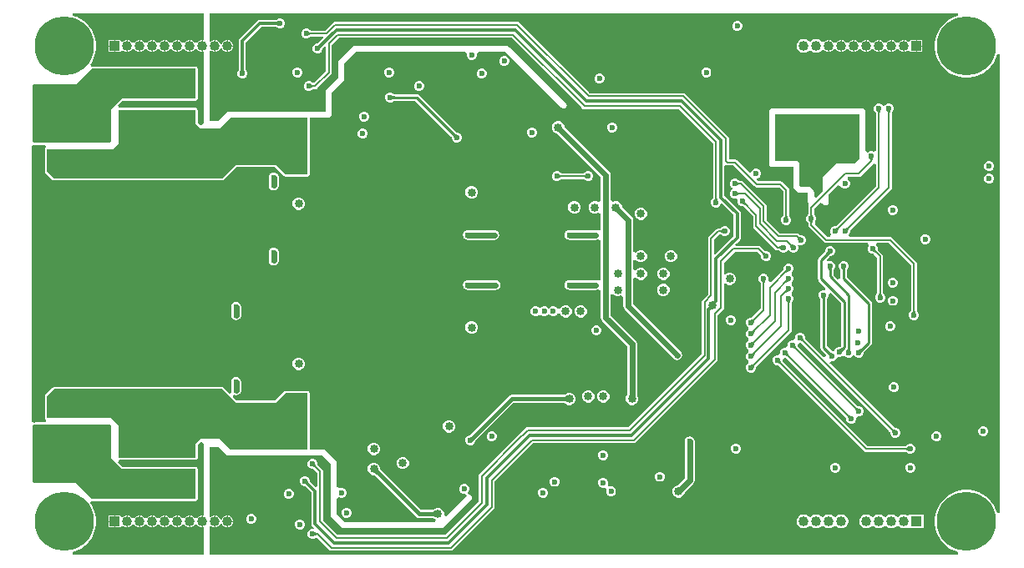
<source format=gbl>
G04*
G04 #@! TF.GenerationSoftware,Altium Limited,Altium Designer,21.6.4 (81)*
G04*
G04 Layer_Physical_Order=4*
G04 Layer_Color=16711680*
%FSLAX25Y25*%
%MOIN*%
G70*
G04*
G04 #@! TF.SameCoordinates,FA744667-6012-4636-895A-91306D9B36BD*
G04*
G04*
G04 #@! TF.FilePolarity,Positive*
G04*
G01*
G75*
%ADD12C,0.00787*%
G04:AMPARAMS|DCode=74|XSize=314.96mil|YSize=236.22mil|CornerRadius=11.81mil|HoleSize=0mil|Usage=FLASHONLY|Rotation=0.000|XOffset=0mil|YOffset=0mil|HoleType=Round|Shape=RoundedRectangle|*
%AMROUNDEDRECTD74*
21,1,0.31496,0.21260,0,0,0.0*
21,1,0.29134,0.23622,0,0,0.0*
1,1,0.02362,0.14567,-0.10630*
1,1,0.02362,-0.14567,-0.10630*
1,1,0.02362,-0.14567,0.10630*
1,1,0.02362,0.14567,0.10630*
%
%ADD74ROUNDEDRECTD74*%
%ADD130C,0.02362*%
%ADD135C,0.01575*%
%ADD136C,0.01181*%
%ADD137C,0.01028*%
%ADD140C,0.03347*%
%ADD141R,0.03976X0.03976*%
%ADD142C,0.03976*%
%ADD143C,0.23622*%
%ADD144C,0.02362*%
G36*
X371759Y217194D02*
X370164Y216675D01*
X368397Y215775D01*
X366793Y214610D01*
X365390Y213207D01*
X364225Y211603D01*
X363325Y209836D01*
X362712Y207950D01*
X362402Y205992D01*
Y204009D01*
X362712Y202050D01*
X363325Y200164D01*
X364225Y198397D01*
X365390Y196793D01*
X366793Y195390D01*
X368397Y194225D01*
X370164Y193325D01*
X372050Y192712D01*
X374008Y192402D01*
X375992D01*
X377950Y192712D01*
X379836Y193325D01*
X381603Y194225D01*
X383207Y195390D01*
X384610Y196793D01*
X385775Y198397D01*
X386675Y200164D01*
X387194Y201759D01*
X388194Y201600D01*
Y18400D01*
X387194Y18241D01*
X386675Y19836D01*
X385775Y21603D01*
X384610Y23207D01*
X383207Y24610D01*
X381603Y25775D01*
X379836Y26675D01*
X377950Y27288D01*
X375992Y27598D01*
X374008D01*
X372050Y27288D01*
X370164Y26675D01*
X368397Y25775D01*
X366793Y24610D01*
X365390Y23207D01*
X364225Y21603D01*
X363325Y19836D01*
X362712Y17950D01*
X362402Y15992D01*
Y14008D01*
X362712Y12050D01*
X363325Y10164D01*
X364225Y8397D01*
X365390Y6793D01*
X366793Y5390D01*
X368397Y4225D01*
X370164Y3325D01*
X371759Y2806D01*
X371600Y1806D01*
X72870D01*
Y12369D01*
Y13076D01*
X73370Y13283D01*
X73662Y12990D01*
X74540Y12627D01*
X74815D01*
Y15015D01*
Y17403D01*
X74540D01*
X73870Y17126D01*
X73662Y17040D01*
X73370Y16747D01*
X72870Y16954D01*
Y17661D01*
Y44819D01*
X76477D01*
X79649Y41649D01*
X79649Y41649D01*
X80039Y41387D01*
X80500Y41296D01*
X80500Y41296D01*
X118001D01*
X121296Y38001D01*
Y17500D01*
X121296Y17500D01*
X121387Y17039D01*
X121649Y16648D01*
X125648Y12649D01*
X125648Y12649D01*
X125871Y12500D01*
X125871D01*
X126039Y12387D01*
X126500Y12296D01*
X165500D01*
X165500Y12296D01*
X165961Y12387D01*
X166351Y12649D01*
X177351Y23649D01*
X177613Y24039D01*
X177704Y24500D01*
X177613Y24961D01*
X177500Y25129D01*
X177351Y25352D01*
X176961Y25613D01*
X176500Y25704D01*
X176378Y25680D01*
X175885Y26602D01*
X176169Y26885D01*
X176469Y27608D01*
Y28392D01*
X176169Y29115D01*
X175615Y29669D01*
X174892Y29969D01*
X174108D01*
X173385Y29669D01*
X172831Y29115D01*
X172531Y28392D01*
Y27608D01*
X172831Y26885D01*
X173385Y26331D01*
X174108Y26032D01*
X174892D01*
X174930Y26048D01*
X175497Y25200D01*
X167356Y17059D01*
X166643Y17419D01*
X166461Y17578D01*
Y18489D01*
X166086Y19394D01*
X165394Y20086D01*
X164489Y20461D01*
X163511D01*
X162606Y20086D01*
X162317Y19797D01*
X162266Y19767D01*
X162220Y19725D01*
X162201Y19711D01*
X162170Y19694D01*
X162126Y19674D01*
X162065Y19653D01*
X161988Y19633D01*
X161905Y19618D01*
X161779Y19606D01*
X157165D01*
X141182Y35589D01*
X141131Y35654D01*
X141078Y35732D01*
X141037Y35800D01*
X141009Y35858D01*
X140991Y35904D01*
X140982Y35938D01*
X140978Y35961D01*
X140975Y36023D01*
X140961Y36080D01*
Y36489D01*
X140586Y37394D01*
X139894Y38086D01*
X138989Y38461D01*
X138011D01*
X137106Y38086D01*
X136414Y37394D01*
X136039Y36489D01*
Y35511D01*
X136414Y34606D01*
X137106Y33914D01*
X138011Y33539D01*
X138420D01*
X138477Y33525D01*
X138539Y33522D01*
X138562Y33518D01*
X138596Y33509D01*
X138642Y33491D01*
X138700Y33463D01*
X138768Y33422D01*
X138837Y33375D01*
X138935Y33294D01*
X155365Y16865D01*
X155365Y16865D01*
X155886Y16517D01*
X156500Y16394D01*
X161813D01*
X161894Y16384D01*
X161988Y16367D01*
X162065Y16347D01*
X162126Y16326D01*
X162170Y16306D01*
X162201Y16289D01*
X162220Y16275D01*
X162266Y16233D01*
X162317Y16203D01*
X162606Y15914D01*
X163112Y15704D01*
X162914Y14704D01*
X126999D01*
X123704Y17999D01*
Y24113D01*
X123869Y24286D01*
X124704Y24699D01*
X125108Y24532D01*
X125892D01*
X126615Y24831D01*
X127169Y25385D01*
X127469Y26108D01*
Y26892D01*
X127169Y27615D01*
X126615Y28169D01*
X125892Y28468D01*
X125108D01*
X124704Y28301D01*
X123869Y28714D01*
X123704Y28887D01*
Y38500D01*
X123613Y38961D01*
X123352Y39351D01*
X123352Y39351D01*
X119351Y43352D01*
X118961Y43613D01*
X118500Y43704D01*
X118500Y43704D01*
X112803D01*
Y66354D01*
X112742Y66662D01*
X112568Y66922D01*
X112307Y67096D01*
X112000Y67157D01*
X103284D01*
X103284Y67157D01*
X102976Y67096D01*
X102716Y66922D01*
X102716Y66922D01*
X99097Y63303D01*
X83636D01*
X82150Y64789D01*
X82732Y65602D01*
X82926Y65564D01*
X83108Y65488D01*
X83306D01*
X83500Y65450D01*
X83694Y65488D01*
X83892D01*
X84074Y65564D01*
X84268Y65602D01*
X84432Y65712D01*
X84615Y65788D01*
X84755Y65928D01*
X84919Y66037D01*
X85029Y66202D01*
X85169Y66342D01*
X85245Y66524D01*
X85354Y66689D01*
X85393Y66882D01*
X85469Y67065D01*
Y67263D01*
X85507Y67457D01*
Y67520D01*
Y70728D01*
X85469Y70922D01*
Y71120D01*
X85393Y71302D01*
X85354Y71496D01*
X85245Y71661D01*
X85169Y71843D01*
X85029Y71983D01*
X84919Y72148D01*
X84755Y72257D01*
X84615Y72397D01*
X84432Y72473D01*
X84268Y72583D01*
X84074Y72621D01*
X83892Y72697D01*
X83694D01*
X83500Y72735D01*
X83306Y72697D01*
X83108D01*
X82926Y72621D01*
X82732Y72583D01*
X82568Y72473D01*
X82385Y72397D01*
X82245Y72257D01*
X82081Y72148D01*
X81971Y71983D01*
X81831Y71843D01*
X81756Y71661D01*
X81646Y71496D01*
X81607Y71302D01*
X81532Y71120D01*
Y70922D01*
X81493Y70728D01*
Y67457D01*
X81532Y67263D01*
Y67065D01*
X81607Y66882D01*
X81646Y66689D01*
X80832Y66107D01*
X78442Y68497D01*
X78181Y68671D01*
X77874Y68732D01*
X10929D01*
X10929Y68732D01*
X10622Y68671D01*
X10362Y68497D01*
X7432Y65568D01*
X7258Y65307D01*
X7197Y65000D01*
Y56283D01*
X7258Y55976D01*
X7432Y55716D01*
X7550Y55637D01*
X7524Y55047D01*
X7384Y54637D01*
X3433D01*
X2806Y54512D01*
X2421Y54663D01*
X1806Y55113D01*
Y164887D01*
X2421Y165337D01*
X2806Y165488D01*
X3433Y165363D01*
X7384D01*
X7524Y164953D01*
X7550Y164363D01*
X7432Y164284D01*
X7258Y164024D01*
X7197Y163716D01*
Y155000D01*
X7197Y155000D01*
X7258Y154693D01*
X7432Y154432D01*
X10362Y151503D01*
X10622Y151329D01*
X10929Y151268D01*
X77874D01*
X78181Y151329D01*
X78442Y151503D01*
X78442Y151503D01*
X83636Y156697D01*
X99097D01*
X102716Y153078D01*
X102976Y152904D01*
X103284Y152843D01*
X112000D01*
X112307Y152904D01*
X112568Y153078D01*
X112742Y153338D01*
X112803Y153646D01*
Y176296D01*
X120000D01*
X120000Y176296D01*
X120461Y176387D01*
X120852Y176648D01*
X121352Y177148D01*
X121613Y177539D01*
X121704Y178000D01*
X121704Y178000D01*
Y186501D01*
X126351Y191148D01*
X126351Y191148D01*
X126613Y191539D01*
X126704Y192000D01*
Y193500D01*
Y198001D01*
X131499Y202796D01*
X174824D01*
X175531Y201892D01*
Y201108D01*
X175831Y200385D01*
X176385Y199831D01*
X177108Y199531D01*
X177892D01*
X178615Y199831D01*
X179169Y200385D01*
X179469Y201108D01*
Y201892D01*
X180176Y202796D01*
X191001D01*
X213399Y180398D01*
X213789Y180137D01*
X214250Y180046D01*
X214711Y180137D01*
X215102Y180398D01*
X215363Y180789D01*
X215454Y181250D01*
X215363Y181711D01*
X215102Y182102D01*
X192351Y204852D01*
X191961Y205113D01*
X191500Y205204D01*
X191500Y205204D01*
X131000D01*
X130539Y205113D01*
X130371Y205000D01*
X130371D01*
X130148Y204852D01*
X130148Y204852D01*
X124648Y199352D01*
X124387Y198961D01*
X124296Y198500D01*
X124296Y198500D01*
Y192499D01*
X119649Y187852D01*
X119387Y187461D01*
X119296Y187000D01*
X119296Y187000D01*
Y178704D01*
X80500D01*
X80500Y178704D01*
X80039Y178613D01*
X79649Y178351D01*
X79648Y178351D01*
X76477Y175181D01*
X72870D01*
Y202369D01*
Y203076D01*
X73370Y203283D01*
X73662Y202990D01*
X73870Y202905D01*
X74540Y202627D01*
X74815D01*
Y205015D01*
Y207403D01*
X74540D01*
X73870Y207125D01*
X73662Y207040D01*
X73370Y206747D01*
X72870Y206954D01*
Y207661D01*
Y218194D01*
X371600D01*
X371759Y217194D01*
D02*
G37*
G36*
X70461Y207403D02*
X70215D01*
Y205015D01*
Y202627D01*
X70461D01*
Y173976D01*
X70461Y173976D01*
X69655Y173398D01*
X69144Y173302D01*
X68138Y174309D01*
Y179488D01*
X68076Y179795D01*
X67902Y180056D01*
X67642Y180230D01*
X67335Y180291D01*
X36841D01*
X36507Y180807D01*
X36401Y181266D01*
X38333Y183197D01*
X67335Y183197D01*
X67642Y183258D01*
X67902Y183432D01*
X68076Y183693D01*
X68138Y184000D01*
Y196024D01*
X68076Y196331D01*
X67902Y196591D01*
X67642Y196765D01*
X67335Y196827D01*
X26024D01*
X26024Y196827D01*
X25844Y196791D01*
X25524Y197078D01*
X25199Y197605D01*
X25775Y198397D01*
X26675Y200164D01*
X27288Y202050D01*
X27598Y204009D01*
Y205992D01*
X27288Y207950D01*
X26675Y209836D01*
X25775Y211603D01*
X24610Y213207D01*
X23207Y214610D01*
X21603Y215775D01*
X19836Y216675D01*
X18241Y217194D01*
X18400Y218194D01*
X70461D01*
Y207403D01*
D02*
G37*
G36*
X67335Y184000D02*
X38000Y184000D01*
X33402Y179402D01*
Y166535D01*
X2598D01*
Y189465D01*
X19465D01*
X26024Y196024D01*
X67335D01*
Y184000D01*
D02*
G37*
G36*
Y173976D02*
X69311Y172000D01*
X77000Y172000D01*
X80295Y175295D01*
X81296Y176296D01*
X112000D01*
Y153646D01*
X103284D01*
X99429Y157500D01*
X83303D01*
X77874Y152071D01*
X10929D01*
X8000Y155000D01*
Y163716D01*
X34217D01*
X36626Y166126D01*
Y179488D01*
X67335D01*
Y173976D01*
D02*
G37*
G36*
X83303Y62500D02*
X99429D01*
X103284Y66354D01*
X112000D01*
Y43704D01*
X81296D01*
X80295Y44705D01*
X77000Y48000D01*
X69311Y48000D01*
X67335Y46024D01*
Y40512D01*
X36626D01*
Y53374D01*
X33716Y56283D01*
X8000D01*
Y65000D01*
X10929Y67929D01*
X77874D01*
X83303Y62500D01*
D02*
G37*
G36*
X140179Y35875D02*
X140197Y35764D01*
X140228Y35651D01*
X140273Y35536D01*
X140330Y35419D01*
X140400Y35300D01*
X140483Y35179D01*
X140579Y35056D01*
X140689Y34930D01*
X140811Y34803D01*
X139697Y33689D01*
X139570Y33812D01*
X139321Y34017D01*
X139200Y34100D01*
X139081Y34170D01*
X138964Y34227D01*
X138849Y34272D01*
X138736Y34303D01*
X138625Y34321D01*
X138517Y34327D01*
X140173Y35983D01*
X140179Y35875D01*
D02*
G37*
G36*
X33402Y40598D02*
X38000Y36000D01*
X67335Y36000D01*
Y23976D01*
X26024D01*
X19465Y30535D01*
X2598D01*
Y53465D01*
X33402D01*
Y40598D01*
D02*
G37*
G36*
X69655Y46602D02*
X70461Y46024D01*
Y17403D01*
X70215D01*
Y15015D01*
Y12627D01*
X70461D01*
Y1806D01*
X18400D01*
X18241Y2806D01*
X19836Y3325D01*
X21603Y4225D01*
X23207Y5390D01*
X24610Y6793D01*
X25775Y8397D01*
X26675Y10164D01*
X27288Y12050D01*
X27598Y14008D01*
Y15992D01*
X27288Y17950D01*
X26675Y19836D01*
X25775Y21603D01*
X25199Y22396D01*
X25524Y22922D01*
X25844Y23209D01*
X26024Y23174D01*
X67335D01*
X67642Y23235D01*
X67902Y23409D01*
X68076Y23669D01*
X68138Y23976D01*
Y36000D01*
X68076Y36307D01*
X67902Y36568D01*
X67642Y36742D01*
X67335Y36803D01*
X38333Y36803D01*
X36401Y38734D01*
X36507Y39193D01*
X36841Y39709D01*
X67335D01*
X67642Y39770D01*
X67902Y39944D01*
X68076Y40205D01*
X68138Y40512D01*
Y45691D01*
X69144Y46698D01*
X69655Y46602D01*
D02*
G37*
G36*
X162805Y16829D02*
X162724Y16902D01*
X162633Y16967D01*
X162531Y17025D01*
X162419Y17074D01*
X162296Y17117D01*
X162162Y17151D01*
X162017Y17178D01*
X161862Y17197D01*
X161696Y17209D01*
X161520Y17213D01*
Y18787D01*
X161696Y18791D01*
X162017Y18822D01*
X162162Y18849D01*
X162296Y18883D01*
X162419Y18926D01*
X162531Y18975D01*
X162633Y19033D01*
X162724Y19098D01*
X162805Y19171D01*
Y16829D01*
D02*
G37*
%LPC*%
G36*
X195657Y214704D02*
X195657Y214704D01*
X123000D01*
X123000Y214704D01*
X122539Y214613D01*
X122149Y214352D01*
X122149Y214352D01*
X119001Y211204D01*
X113234D01*
X113198Y211212D01*
X113162Y211223D01*
X113125Y211237D01*
X113088Y211255D01*
X113049Y211279D01*
X113008Y211308D01*
X112964Y211345D01*
X112898Y211407D01*
X112839Y211445D01*
X112615Y211669D01*
X111892Y211968D01*
X111108D01*
X110385Y211669D01*
X109831Y211115D01*
X109531Y210392D01*
Y209608D01*
X109831Y208885D01*
X110385Y208331D01*
X111108Y208032D01*
X111892D01*
X112615Y208331D01*
X112839Y208555D01*
X112898Y208593D01*
X112964Y208655D01*
X113008Y208692D01*
X113049Y208721D01*
X113088Y208745D01*
X113125Y208763D01*
X113162Y208777D01*
X113198Y208788D01*
X113234Y208796D01*
X118156D01*
X118347Y208334D01*
X116074Y206061D01*
X116053Y206044D01*
X116008Y206012D01*
X115974Y205990D01*
X115955Y205980D01*
X115935Y205975D01*
X115929Y205974D01*
X115926Y205973D01*
X115911Y205968D01*
X115608D01*
X114885Y205669D01*
X114331Y205115D01*
X114032Y204392D01*
Y203608D01*
X114331Y202885D01*
X114885Y202331D01*
X115608Y202031D01*
X116392D01*
X117115Y202331D01*
X117669Y202885D01*
X117968Y203608D01*
Y203911D01*
X117973Y203926D01*
X117974Y203929D01*
X117975Y203935D01*
X117980Y203955D01*
X117990Y203974D01*
X118012Y204008D01*
X118038Y204046D01*
X118073Y204086D01*
X118834Y204847D01*
X119296Y204656D01*
Y203279D01*
Y194999D01*
X114501Y190204D01*
X114234D01*
X114198Y190212D01*
X114162Y190223D01*
X114125Y190237D01*
X114088Y190255D01*
X114049Y190278D01*
X114008Y190308D01*
X113964Y190345D01*
X113898Y190408D01*
X113839Y190445D01*
X113615Y190669D01*
X112892Y190969D01*
X112108D01*
X111385Y190669D01*
X110831Y190115D01*
X110531Y189392D01*
Y188608D01*
X110831Y187885D01*
X111385Y187331D01*
X112108Y187031D01*
X112892D01*
X113615Y187331D01*
X113839Y187555D01*
X113898Y187592D01*
X113964Y187655D01*
X114008Y187692D01*
X114049Y187722D01*
X114088Y187745D01*
X114125Y187763D01*
X114162Y187777D01*
X114198Y187788D01*
X114234Y187796D01*
X115000D01*
X115000Y187796D01*
X115461Y187887D01*
X115851Y188148D01*
X121352Y193649D01*
X121352Y193649D01*
X121613Y194039D01*
X121704Y194500D01*
Y205501D01*
X124499Y208296D01*
X193501D01*
X221649Y180148D01*
X221649Y180148D01*
X222039Y179887D01*
X222500Y179796D01*
X222500Y179796D01*
X260164D01*
X273796Y166164D01*
Y144234D01*
X273788Y144198D01*
X273777Y144161D01*
X273763Y144125D01*
X273745Y144088D01*
X273722Y144049D01*
X273692Y144008D01*
X273655Y143964D01*
X273592Y143898D01*
X273555Y143839D01*
X273331Y143615D01*
X273031Y142892D01*
Y142108D01*
X273331Y141385D01*
X273885Y140831D01*
X274608Y140532D01*
X275392D01*
X276115Y140831D01*
X276669Y141385D01*
X276889Y141917D01*
X277430Y142083D01*
X277862Y141651D01*
D01*
X282095Y137418D01*
Y129082D01*
X275195Y122182D01*
X274733Y121720D01*
X274271Y121911D01*
Y122565D01*
Y127568D01*
X276499Y129796D01*
X276765D01*
X276802Y129788D01*
X276838Y129777D01*
X276875Y129763D01*
X276912Y129745D01*
X276951Y129721D01*
X276992Y129692D01*
X277036Y129655D01*
X277102Y129593D01*
X277161Y129555D01*
X277329Y129387D01*
D01*
X277385Y129331D01*
X278108Y129032D01*
X278892D01*
X279615Y129331D01*
X280169Y129885D01*
X280469Y130608D01*
Y131392D01*
X280169Y132115D01*
X279615Y132669D01*
X278892Y132968D01*
X278108D01*
X277385Y132669D01*
X277161Y132445D01*
X277102Y132407D01*
X277036Y132345D01*
X276992Y132308D01*
X276951Y132279D01*
X276912Y132255D01*
X276875Y132237D01*
X276838Y132223D01*
X276802Y132212D01*
X276765Y132204D01*
X276000D01*
X276000Y132204D01*
X275539Y132113D01*
X275149Y131851D01*
X275149Y131851D01*
X272215Y128919D01*
X271954Y128528D01*
X271863Y128067D01*
X271863Y128067D01*
Y105728D01*
X269649Y103514D01*
X269387Y103124D01*
X269296Y102663D01*
X269296Y102663D01*
Y81999D01*
X240001Y52704D01*
X199843D01*
X199843Y52704D01*
X199382Y52613D01*
X198992Y52351D01*
X197968Y51328D01*
X197968Y51328D01*
X195555Y48915D01*
X195555Y48915D01*
X195555Y48915D01*
X180649Y34008D01*
X180387Y33618D01*
X180296Y33157D01*
X180296Y33157D01*
Y22999D01*
X167001Y9704D01*
X123999D01*
X118204Y15499D01*
Y35000D01*
X118113Y35461D01*
X117851Y35851D01*
X116078Y37625D01*
X116058Y37656D01*
X116039Y37690D01*
X116024Y37725D01*
X116011Y37764D01*
X116000Y37808D01*
X115991Y37859D01*
X115986Y37916D01*
X115984Y38007D01*
X115969Y38075D01*
Y38392D01*
X115669Y39115D01*
X115115Y39669D01*
X114392Y39968D01*
X113608D01*
X112885Y39669D01*
X112331Y39115D01*
X112031Y38392D01*
Y37608D01*
X112331Y36885D01*
X112885Y36331D01*
X113608Y36031D01*
X113925D01*
X113993Y36016D01*
X114084Y36014D01*
X114141Y36009D01*
X114192Y36000D01*
X114236Y35989D01*
X114275Y35976D01*
X114310Y35961D01*
X114344Y35943D01*
X114375Y35922D01*
X115796Y34501D01*
Y29006D01*
X115334Y28815D01*
X114656Y29493D01*
X113060Y31088D01*
X113044Y31108D01*
X113012Y31153D01*
X112990Y31187D01*
X112980Y31207D01*
X112975Y31227D01*
X112974Y31232D01*
X112972Y31235D01*
X112969Y31251D01*
Y31553D01*
X112669Y32276D01*
X112115Y32830D01*
X111392Y33130D01*
X110608D01*
X109885Y32830D01*
X109331Y32276D01*
X109031Y31553D01*
Y30770D01*
X109331Y30046D01*
X109885Y29493D01*
X110608Y29193D01*
X110911D01*
X110926Y29189D01*
X110929Y29188D01*
X110935Y29187D01*
X110955Y29182D01*
X110974Y29171D01*
X111008Y29150D01*
X111046Y29123D01*
X111086Y29089D01*
X113595Y26579D01*
Y14000D01*
X113702Y13462D01*
X114006Y13006D01*
X114583Y12431D01*
X114449Y12107D01*
X114338Y11969D01*
X113608D01*
X112885Y11669D01*
X112331Y11115D01*
X112031Y10392D01*
Y9608D01*
X112331Y8885D01*
X112885Y8331D01*
X113608Y8032D01*
X114392D01*
X115115Y8331D01*
X115339Y8555D01*
X115398Y8592D01*
X115464Y8655D01*
X115508Y8692D01*
X115549Y8721D01*
X115566Y8731D01*
X120649Y3649D01*
X120649Y3649D01*
X121039Y3387D01*
X121500Y3296D01*
X169157D01*
X169157Y3296D01*
X169618Y3387D01*
X170008Y3649D01*
X186352Y19992D01*
X186613Y20382D01*
X186704Y20843D01*
X186704Y20843D01*
Y31001D01*
X201999Y46296D01*
X242157D01*
X242157Y46296D01*
X242618Y46387D01*
X243008Y46648D01*
X275352Y78992D01*
X275352Y78992D01*
X275613Y79382D01*
X275704Y79843D01*
X275704Y79843D01*
Y97489D01*
X277506Y99291D01*
X277506Y99291D01*
X277530Y99327D01*
X277852Y99648D01*
X278113Y100039D01*
X278204Y100500D01*
Y109469D01*
Y110176D01*
X278704Y110383D01*
X279173Y109914D01*
X279173D01*
X280078Y109539D01*
X281056D01*
X281961Y109914D01*
X282653Y110606D01*
X283028Y111511D01*
Y112489D01*
X282653Y113394D01*
X281961Y114086D01*
X281056Y114461D01*
X280078D01*
X279173Y114086D01*
X278704Y113617D01*
X278204Y113824D01*
Y114531D01*
Y118501D01*
X282499Y122796D01*
X291501D01*
X292922Y121375D01*
X292943Y121344D01*
X292961Y121310D01*
X292976Y121275D01*
X292989Y121236D01*
X293000Y121192D01*
X293009Y121141D01*
X293014Y121084D01*
X293016Y120993D01*
X293032Y120925D01*
Y120608D01*
X293331Y119885D01*
X293885Y119331D01*
X294608Y119032D01*
X295392D01*
X296115Y119331D01*
X296669Y119885D01*
X296969Y120608D01*
Y121392D01*
X296669Y122115D01*
X296115Y122669D01*
X295392Y122968D01*
X295075D01*
X295007Y122984D01*
X294916Y122986D01*
X294859Y122991D01*
X294808Y123000D01*
X294764Y123011D01*
X294725Y123024D01*
X294690Y123039D01*
X294656Y123057D01*
X294625Y123078D01*
X292851Y124852D01*
X292461Y125113D01*
X292000Y125204D01*
X292000Y125204D01*
X282844D01*
X282653Y125666D01*
X283115Y126128D01*
D01*
X284493Y127506D01*
X284798Y127962D01*
X284905Y128500D01*
Y138000D01*
X284798Y138538D01*
X284493Y138994D01*
X278405Y145082D01*
Y156583D01*
Y157184D01*
X278905Y157451D01*
X279000Y157387D01*
X279461Y157296D01*
X279461Y157296D01*
X282001D01*
X290399Y148898D01*
X290789Y148637D01*
X291250Y148546D01*
X291250Y148546D01*
X300251D01*
X301796Y147001D01*
Y137234D01*
X301788Y137198D01*
X301777Y137162D01*
X301763Y137125D01*
X301745Y137088D01*
X301722Y137049D01*
X301692Y137008D01*
X301655Y136964D01*
X301592Y136898D01*
X301555Y136839D01*
X301331Y136615D01*
X301031Y135892D01*
Y135108D01*
X301331Y134385D01*
X301885Y133831D01*
X302608Y133531D01*
X303392D01*
X304115Y133831D01*
X304669Y134385D01*
X304969Y135108D01*
Y135892D01*
X304669Y136615D01*
X304445Y136839D01*
X304408Y136898D01*
X304345Y136964D01*
X304308Y137008D01*
X304278Y137049D01*
X304255Y137088D01*
X304237Y137125D01*
X304223Y137162D01*
X304212Y137198D01*
X304204Y137234D01*
Y147500D01*
X304113Y147961D01*
X303852Y148352D01*
X301602Y150601D01*
X301211Y150863D01*
X300750Y150954D01*
X300750Y150954D01*
X291749D01*
X291130Y151573D01*
X291321Y152035D01*
X291395D01*
X292119Y152335D01*
X292672Y152889D01*
X292972Y153612D01*
Y154395D01*
X292672Y155119D01*
X292119Y155673D01*
X291395Y155972D01*
X290612D01*
X289889Y155673D01*
X289335Y155119D01*
X289035Y154395D01*
Y154321D01*
X288573Y154130D01*
X288111Y154592D01*
D01*
X283351Y159352D01*
X282961Y159613D01*
X282500Y159704D01*
X282500Y159704D01*
X280204D01*
Y168000D01*
X280113Y168461D01*
X279852Y168851D01*
X262852Y185852D01*
X262461Y186113D01*
X262000Y186204D01*
X262000Y186204D01*
X224656D01*
X196508Y214352D01*
X196118Y214613D01*
X195657Y214704D01*
D02*
G37*
G36*
X101392Y215968D02*
X100608D01*
X99885Y215669D01*
X99671Y215455D01*
X99657Y215447D01*
X99655Y215446D01*
X99650Y215442D01*
X99632Y215432D01*
X99611Y215426D01*
X99572Y215417D01*
X99526Y215409D01*
X99474Y215405D01*
X93000D01*
X92462Y215298D01*
X92007Y214993D01*
X85007Y207993D01*
X84702Y207538D01*
X84595Y207000D01*
Y195509D01*
X84592Y195483D01*
X84583Y195428D01*
X84574Y195389D01*
X84568Y195368D01*
X84558Y195350D01*
X84554Y195345D01*
X84553Y195343D01*
X84545Y195329D01*
X84331Y195115D01*
X84031Y194392D01*
Y193608D01*
X84331Y192885D01*
X84885Y192331D01*
X85608Y192032D01*
X86392D01*
X87115Y192331D01*
X87669Y192885D01*
X87968Y193608D01*
Y194392D01*
X87669Y195115D01*
X87455Y195329D01*
X87447Y195343D01*
X87446Y195345D01*
X87442Y195350D01*
X87432Y195368D01*
X87426Y195389D01*
X87417Y195428D01*
X87409Y195474D01*
X87405Y195526D01*
Y206418D01*
X93582Y212595D01*
X99491D01*
X99517Y212592D01*
X99572Y212583D01*
X99611Y212574D01*
X99632Y212568D01*
X99650Y212558D01*
X99655Y212554D01*
X99657Y212553D01*
X99671Y212545D01*
X99885Y212331D01*
X100608Y212032D01*
X101392D01*
X102115Y212331D01*
X102669Y212885D01*
X102969Y213608D01*
Y214392D01*
X102669Y215115D01*
X102115Y215669D01*
X101392Y215968D01*
D02*
G37*
G36*
X283892Y214968D02*
X283108D01*
X282385Y214669D01*
X281831Y214115D01*
X281532Y213392D01*
Y212608D01*
X281831Y211885D01*
X282385Y211331D01*
X283108Y211032D01*
X283892D01*
X284615Y211331D01*
X285169Y211885D01*
X285469Y212608D01*
Y213392D01*
X285169Y214115D01*
X284615Y214669D01*
X283892Y214968D01*
D02*
G37*
G36*
X315380Y207791D02*
X314650D01*
X313944Y207601D01*
X313311Y207236D01*
X313172Y207098D01*
X312515Y206832D01*
X311858Y207098D01*
X311719Y207236D01*
X311086Y207601D01*
X310380Y207791D01*
X309650D01*
X308944Y207601D01*
X308311Y207236D01*
X307794Y206719D01*
X307429Y206086D01*
X307239Y205380D01*
Y204650D01*
X307429Y203944D01*
X307794Y203311D01*
X308311Y202794D01*
X308944Y202429D01*
X309650Y202239D01*
X310380D01*
X311086Y202429D01*
X311719Y202794D01*
X311858Y202932D01*
X312515Y203198D01*
X313172Y202932D01*
X313311Y202794D01*
X313944Y202429D01*
X314650Y202239D01*
X315380D01*
X316086Y202429D01*
X316719Y202794D01*
X317136Y203210D01*
X317321Y203308D01*
X318373Y203280D01*
X318662Y202990D01*
X319540Y202627D01*
X319815D01*
Y205015D01*
Y207403D01*
X319540D01*
X318662Y207040D01*
X318373Y206750D01*
X317321Y206722D01*
X317136Y206820D01*
X316719Y207236D01*
X316086Y207601D01*
X315380Y207791D01*
D02*
G37*
G36*
X354815Y207403D02*
X352627D01*
Y207195D01*
X351627Y206781D01*
X351368Y207040D01*
X350490Y207403D01*
X350215D01*
Y205015D01*
Y202627D01*
X350490D01*
X351368Y202990D01*
X351627Y203249D01*
X352627Y202835D01*
Y202627D01*
X354815D01*
Y205015D01*
Y207403D01*
D02*
G37*
G36*
X324815D02*
X324540D01*
X323662Y207040D01*
X323083Y206461D01*
X322515Y206410D01*
X321947Y206461D01*
X321368Y207040D01*
X320490Y207403D01*
X320215D01*
Y205015D01*
Y202627D01*
X320490D01*
X321368Y202990D01*
X321947Y203569D01*
X322515Y203620D01*
X323083Y203569D01*
X323662Y202990D01*
X324540Y202627D01*
X324815D01*
Y205015D01*
Y207403D01*
D02*
G37*
G36*
X349815D02*
X349540D01*
X348662Y207040D01*
X348083Y206461D01*
X347515Y206410D01*
X346947Y206461D01*
X346368Y207040D01*
X345490Y207403D01*
X345215D01*
Y205015D01*
Y202627D01*
X345490D01*
X346368Y202990D01*
X346947Y203569D01*
X347515Y203620D01*
X348083Y203569D01*
X348662Y202990D01*
X349540Y202627D01*
X349815D01*
Y205015D01*
Y207403D01*
D02*
G37*
G36*
X344815D02*
X344540D01*
X343662Y207040D01*
X343084Y206461D01*
X342515Y206410D01*
X341947Y206461D01*
X341368Y207040D01*
X340490Y207403D01*
X340215D01*
Y205015D01*
Y202627D01*
X340490D01*
X341368Y202990D01*
X341947Y203569D01*
X342515Y203620D01*
X343084Y203569D01*
X343662Y202990D01*
X344540Y202627D01*
X344815D01*
Y205015D01*
Y207403D01*
D02*
G37*
G36*
X339815D02*
X339540D01*
X338662Y207040D01*
X338084Y206461D01*
X337515Y206410D01*
X336947Y206461D01*
X336368Y207040D01*
X335490Y207403D01*
X335215D01*
Y205015D01*
Y202627D01*
X335490D01*
X336368Y202990D01*
X336947Y203569D01*
X337515Y203620D01*
X338084Y203569D01*
X338662Y202990D01*
X339540Y202627D01*
X339815D01*
Y205015D01*
Y207403D01*
D02*
G37*
G36*
X334815D02*
X334540D01*
X333662Y207040D01*
X333084Y206461D01*
X332515Y206410D01*
X331946Y206461D01*
X331368Y207040D01*
X330490Y207403D01*
X330215D01*
Y205015D01*
Y202627D01*
X330490D01*
X331368Y202990D01*
X331946Y203569D01*
X332515Y203620D01*
X333084Y203569D01*
X333662Y202990D01*
X334540Y202627D01*
X334815D01*
Y205015D01*
Y207403D01*
D02*
G37*
G36*
X329815D02*
X329540D01*
X328662Y207040D01*
X328083Y206461D01*
X327515Y206410D01*
X326946Y206461D01*
X326368Y207040D01*
X325490Y207403D01*
X325215D01*
Y205015D01*
Y202627D01*
X325490D01*
X326368Y202990D01*
X326946Y203569D01*
X327515Y203620D01*
X328083Y203569D01*
X328662Y202990D01*
X329540Y202627D01*
X329815D01*
Y205015D01*
Y207403D01*
D02*
G37*
G36*
X79815D02*
X79540D01*
X78662Y207040D01*
X77990Y206368D01*
X77786Y205873D01*
X77244D01*
X77040Y206368D01*
X76368Y207040D01*
X75490Y207403D01*
X75215D01*
Y205015D01*
Y202627D01*
X75490D01*
X76368Y202990D01*
X76377Y203000D01*
X76947Y203569D01*
D01*
X77040Y203662D01*
X77244Y204157D01*
X77786D01*
X77990Y203662D01*
X78083Y203569D01*
X78662Y202990D01*
X79540Y202627D01*
X79815D01*
Y205015D01*
Y207403D01*
D02*
G37*
G36*
X357403D02*
X355215D01*
Y205215D01*
X357403D01*
Y207403D01*
D02*
G37*
G36*
X80490D02*
X80215D01*
Y205215D01*
X82403D01*
Y205490D01*
X82040Y206368D01*
X81368Y207040D01*
X80490Y207403D01*
D02*
G37*
G36*
X357403Y204815D02*
X355215D01*
Y202627D01*
X357403D01*
Y204815D01*
D02*
G37*
G36*
X82403D02*
X80215D01*
Y202627D01*
X80490D01*
X81368Y202990D01*
X82040Y203662D01*
X82403Y204540D01*
Y204815D01*
D02*
G37*
G36*
X190892Y200969D02*
X190108D01*
X189385Y200669D01*
X188831Y200115D01*
X188531Y199392D01*
Y198608D01*
X188831Y197885D01*
X189385Y197331D01*
X190108Y197031D01*
X190892D01*
X191615Y197331D01*
X192169Y197885D01*
X192469Y198608D01*
Y199392D01*
X192169Y200115D01*
X191615Y200669D01*
X190892Y200969D01*
D02*
G37*
G36*
X271510Y196468D02*
X270726D01*
X270003Y196169D01*
X269449Y195615D01*
X269150Y194892D01*
Y194108D01*
X269449Y193385D01*
X270003Y192831D01*
X270726Y192532D01*
X271510D01*
X272233Y192831D01*
X272787Y193385D01*
X273087Y194108D01*
Y194892D01*
X272787Y195615D01*
X272233Y196169D01*
X271510Y196468D01*
D02*
G37*
G36*
X144892D02*
X144108D01*
X143385Y196169D01*
X142831Y195615D01*
X142532Y194892D01*
Y194108D01*
X142831Y193385D01*
X143385Y192831D01*
X144108Y192532D01*
X144892D01*
X145615Y192831D01*
X146169Y193385D01*
X146468Y194108D01*
Y194892D01*
X146169Y195615D01*
X145615Y196169D01*
X144892Y196468D01*
D02*
G37*
G36*
X108392D02*
X107608D01*
X106885Y196169D01*
X106331Y195615D01*
X106032Y194892D01*
Y194108D01*
X106331Y193385D01*
X106885Y192831D01*
X107608Y192532D01*
X108392D01*
X109115Y192831D01*
X109669Y193385D01*
X109968Y194108D01*
Y194892D01*
X109669Y195615D01*
X109115Y196169D01*
X108392Y196468D01*
D02*
G37*
G36*
X181892Y195968D02*
X181108D01*
X180385Y195669D01*
X179831Y195115D01*
X179532Y194392D01*
Y193608D01*
X179831Y192885D01*
X180385Y192331D01*
X181108Y192032D01*
X181892D01*
X182615Y192331D01*
X183169Y192885D01*
X183468Y193608D01*
Y194392D01*
X183169Y195115D01*
X182615Y195669D01*
X181892Y195968D01*
D02*
G37*
G36*
X228892Y193968D02*
X228108D01*
X227385Y193669D01*
X226831Y193115D01*
X226532Y192392D01*
Y191608D01*
X226831Y190885D01*
X227385Y190331D01*
X228108Y190032D01*
X228892D01*
X229615Y190331D01*
X230169Y190885D01*
X230469Y191608D01*
Y192392D01*
X230169Y193115D01*
X229615Y193669D01*
X228892Y193968D01*
D02*
G37*
G36*
X156892Y190969D02*
X156108D01*
X155385Y190669D01*
X154831Y190115D01*
X154532Y189392D01*
Y188608D01*
X154831Y187885D01*
X155385Y187331D01*
X156108Y187031D01*
X156892D01*
X157615Y187331D01*
X158169Y187885D01*
X158468Y188608D01*
Y189392D01*
X158169Y190115D01*
X157615Y190669D01*
X156892Y190969D01*
D02*
G37*
G36*
X344392Y181968D02*
X343608D01*
X342885Y181669D01*
X342628Y181412D01*
X342000Y181218D01*
X341372Y181412D01*
X341115Y181669D01*
X340392Y181968D01*
X339608D01*
X338885Y181669D01*
X338331Y181115D01*
X338032Y180392D01*
Y179608D01*
X338331Y178885D01*
X338555Y178661D01*
X338593Y178602D01*
X338655Y178536D01*
X338692Y178492D01*
X338721Y178451D01*
X338745Y178412D01*
X338763Y178375D01*
X338777Y178339D01*
X338788Y178302D01*
X338796Y178266D01*
Y163387D01*
X338632Y163214D01*
X337796Y162801D01*
X337392Y162969D01*
X336608D01*
X335885Y162669D01*
X335704Y162488D01*
X334704Y162902D01*
Y179000D01*
X334613Y179461D01*
X334351Y179851D01*
X333961Y180113D01*
X333500Y180204D01*
X297500D01*
X297039Y180113D01*
X296649Y179851D01*
X296387Y179461D01*
X296296Y179000D01*
Y158000D01*
X296387Y157539D01*
X296649Y157149D01*
X297039Y156887D01*
X297500Y156796D01*
X305796D01*
Y152500D01*
Y149000D01*
X305796Y149000D01*
X305887Y148539D01*
X306149Y148149D01*
X307648Y146649D01*
X308039Y146387D01*
X308500Y146296D01*
X308500Y146296D01*
X311501D01*
X311749Y146048D01*
Y142591D01*
X311840Y142130D01*
X312101Y141739D01*
D01*
X312035Y141182D01*
X311887Y140961D01*
X311796Y140500D01*
X311796Y140500D01*
Y137734D01*
X311788Y137698D01*
X311777Y137662D01*
X311763Y137625D01*
X311745Y137588D01*
X311721Y137549D01*
X311692Y137508D01*
X311655Y137464D01*
X311593Y137398D01*
X311555Y137339D01*
X311331Y137115D01*
X311032Y136392D01*
Y135608D01*
X311331Y134885D01*
X311555Y134661D01*
X311593Y134602D01*
X311655Y134536D01*
X311692Y134492D01*
X311721Y134451D01*
X311745Y134412D01*
X311763Y134375D01*
X311777Y134338D01*
X311788Y134302D01*
X311796Y134266D01*
Y133500D01*
X311796Y133500D01*
X311887Y133039D01*
X312148Y132649D01*
X318148Y126648D01*
X318539Y126387D01*
X319000Y126296D01*
X335672D01*
X336087Y125296D01*
X335831Y125040D01*
X335531Y124317D01*
Y123534D01*
X335831Y122810D01*
X336385Y122256D01*
X337108Y121957D01*
X337425D01*
X337493Y121942D01*
X337584Y121939D01*
X337641Y121934D01*
X337692Y121926D01*
X337736Y121915D01*
X337775Y121901D01*
X337810Y121886D01*
X337844Y121868D01*
X337875Y121847D01*
X339296Y120426D01*
Y106234D01*
X339288Y106198D01*
X339277Y106161D01*
X339263Y106125D01*
X339245Y106088D01*
X339222Y106049D01*
X339192Y106008D01*
X339155Y105964D01*
X339092Y105898D01*
X339055Y105839D01*
X338831Y105615D01*
X338531Y104892D01*
Y104108D01*
X338831Y103385D01*
X339385Y102831D01*
X340108Y102532D01*
X340892D01*
X341615Y102831D01*
X342169Y103385D01*
X342469Y104108D01*
Y104892D01*
X342169Y105615D01*
X341945Y105839D01*
X341908Y105898D01*
X341845Y105964D01*
X341808Y106008D01*
X341778Y106049D01*
X341755Y106088D01*
X341737Y106125D01*
X341723Y106161D01*
X341712Y106198D01*
X341704Y106234D01*
Y120925D01*
X341613Y121386D01*
X341352Y121777D01*
X339578Y123550D01*
X339558Y123582D01*
X339539Y123615D01*
X339524Y123650D01*
X339511Y123690D01*
X339500Y123734D01*
X339491Y123784D01*
X339486Y123841D01*
X339484Y123932D01*
X339469Y124000D01*
Y124317D01*
X339169Y125040D01*
X338913Y125296D01*
X339328Y126296D01*
X344001D01*
X352796Y117501D01*
Y99234D01*
X352788Y99198D01*
X352777Y99161D01*
X352763Y99125D01*
X352745Y99088D01*
X352722Y99049D01*
X352692Y99008D01*
X352655Y98964D01*
X352592Y98898D01*
X352555Y98839D01*
X352331Y98615D01*
X352031Y97892D01*
Y97108D01*
X352331Y96385D01*
X352885Y95831D01*
X353608Y95531D01*
X354392D01*
X355115Y95831D01*
X355669Y96385D01*
X355968Y97108D01*
Y97892D01*
X355669Y98615D01*
X355445Y98839D01*
X355408Y98898D01*
X355345Y98964D01*
X355308Y99008D01*
X355278Y99049D01*
X355255Y99088D01*
X355237Y99125D01*
X355223Y99161D01*
X355212Y99198D01*
X355204Y99234D01*
Y118000D01*
X355204Y118000D01*
X355113Y118461D01*
X354852Y118851D01*
X345352Y128351D01*
X344961Y128613D01*
X344500Y128704D01*
X344500Y128704D01*
X328402D01*
X327988Y129704D01*
X328169Y129885D01*
X328468Y130608D01*
Y130925D01*
X328484Y130993D01*
X328486Y131084D01*
X328491Y131141D01*
X328500Y131192D01*
X328511Y131236D01*
X328524Y131275D01*
X328539Y131310D01*
X328557Y131344D01*
X328578Y131375D01*
X344851Y147649D01*
X344851Y147649D01*
X345113Y148039D01*
X345204Y148500D01*
Y178266D01*
X345212Y178302D01*
X345223Y178339D01*
X345237Y178375D01*
X345255Y178412D01*
X345279Y178451D01*
X345308Y178492D01*
X345345Y178536D01*
X345408Y178602D01*
X345445Y178661D01*
X345669Y178885D01*
X345969Y179608D01*
Y180392D01*
X345669Y181115D01*
X345115Y181669D01*
X344392Y181968D01*
D02*
G37*
G36*
X134892Y178753D02*
X134108D01*
X133385Y178454D01*
X132831Y177900D01*
X132531Y177176D01*
Y176393D01*
X132831Y175670D01*
X133385Y175116D01*
X134108Y174816D01*
X134892D01*
X135615Y175116D01*
X136169Y175670D01*
X136452Y176354D01*
X136469Y176393D01*
Y177176D01*
X136169Y177900D01*
X135615Y178454D01*
X134892Y178753D01*
D02*
G37*
G36*
X233892Y174469D02*
X233108D01*
X232385Y174169D01*
X231831Y173615D01*
X231532Y172892D01*
Y172108D01*
X231831Y171385D01*
X232385Y170831D01*
X233108Y170531D01*
X233892D01*
X234615Y170831D01*
X235169Y171385D01*
X235469Y172108D01*
Y172892D01*
X235169Y173615D01*
X234615Y174169D01*
X233892Y174469D01*
D02*
G37*
G36*
X201892Y172468D02*
X201108D01*
X200385Y172169D01*
X199831Y171615D01*
X199531Y170892D01*
Y170108D01*
X199831Y169385D01*
X200385Y168831D01*
X201108Y168532D01*
X201892D01*
X202615Y168831D01*
X203169Y169385D01*
X203468Y170108D01*
Y170892D01*
X203169Y171615D01*
X202615Y172169D01*
X201892Y172468D01*
D02*
G37*
G36*
X134392Y171968D02*
X133608D01*
X132885Y171669D01*
X132331Y171115D01*
X132032Y170392D01*
Y169608D01*
X132331Y168885D01*
X132885Y168331D01*
X133608Y168032D01*
X134392D01*
X135115Y168331D01*
X135669Y168885D01*
X135968Y169608D01*
Y170392D01*
X135669Y171115D01*
X135115Y171669D01*
X134392Y171968D01*
D02*
G37*
G36*
X145392Y186469D02*
X144608D01*
X143885Y186169D01*
X143331Y185615D01*
X143032Y184892D01*
Y184108D01*
X143331Y183385D01*
X143885Y182831D01*
X144608Y182531D01*
X145392D01*
X146115Y182831D01*
X146334Y183050D01*
X146388Y183083D01*
X146422Y183115D01*
X146430Y183120D01*
X146441Y183127D01*
X146459Y183136D01*
X146486Y183147D01*
X146522Y183157D01*
X146569Y183167D01*
X146610Y183173D01*
X154950D01*
X169423Y168700D01*
X169448Y168667D01*
X169474Y168627D01*
X169492Y168594D01*
X169504Y168568D01*
X169510Y168549D01*
X169514Y168535D01*
X169515Y168526D01*
X169517Y168483D01*
D01*
X169517Y168479D01*
X169532Y168418D01*
Y168108D01*
X169831Y167385D01*
X170385Y166831D01*
X171108Y166532D01*
X171892D01*
X172615Y166831D01*
X173169Y167385D01*
X173468Y168108D01*
Y168892D01*
X173169Y169615D01*
X172615Y170169D01*
X171892Y170468D01*
X171582D01*
X171521Y170483D01*
X171474Y170485D01*
X171465Y170486D01*
X171451Y170490D01*
X171432Y170496D01*
X171406Y170508D01*
X171373Y170526D01*
X171333Y170552D01*
X171300Y170577D01*
X156438Y185438D01*
X156008Y185726D01*
X155500Y185827D01*
X146610D01*
X146569Y185833D01*
X146522Y185843D01*
X146486Y185853D01*
X146459Y185864D01*
X146441Y185872D01*
X146430Y185880D01*
X146422Y185885D01*
X146388Y185917D01*
X146334Y185950D01*
X146115Y186169D01*
X145392Y186469D01*
D02*
G37*
G36*
X384392Y158968D02*
X383608D01*
X382885Y158669D01*
X382331Y158115D01*
X382031Y157392D01*
Y156608D01*
X382331Y155885D01*
X382885Y155331D01*
X383608Y155032D01*
X384392D01*
X385115Y155331D01*
X385669Y155885D01*
X385968Y156608D01*
Y157392D01*
X385669Y158115D01*
X385115Y158669D01*
X384392Y158968D01*
D02*
G37*
G36*
X224392Y154969D02*
X223608D01*
X222885Y154669D01*
X222661Y154445D01*
X222602Y154408D01*
X222536Y154345D01*
X222492Y154308D01*
X222451Y154279D01*
X222412Y154255D01*
X222375Y154237D01*
X222339Y154223D01*
X222302Y154212D01*
X222266Y154204D01*
X213234D01*
X213198Y154212D01*
X213161Y154223D01*
X213125Y154237D01*
X213088Y154255D01*
X213049Y154279D01*
X213008Y154308D01*
X212964Y154345D01*
X212898Y154408D01*
X212839Y154445D01*
X212615Y154669D01*
X211892Y154969D01*
X211108D01*
X210385Y154669D01*
X209831Y154115D01*
X209531Y153392D01*
Y152608D01*
X209831Y151885D01*
X210385Y151331D01*
X211108Y151031D01*
X211892D01*
X212615Y151331D01*
X212839Y151555D01*
X212898Y151593D01*
X212964Y151655D01*
X213008Y151692D01*
X213049Y151722D01*
X213088Y151745D01*
X213125Y151763D01*
X213161Y151777D01*
X213198Y151788D01*
X213234Y151796D01*
X222266D01*
X222302Y151788D01*
X222339Y151777D01*
X222375Y151763D01*
X222412Y151745D01*
X222451Y151722D01*
X222492Y151692D01*
X222536Y151655D01*
X222602Y151593D01*
X222661Y151555D01*
X222885Y151331D01*
X223608Y151031D01*
X224392D01*
X225115Y151331D01*
X225669Y151885D01*
X225969Y152608D01*
Y153392D01*
X225669Y154115D01*
X225115Y154669D01*
X224392Y154969D01*
D02*
G37*
G36*
X384392Y153969D02*
X383608D01*
X382885Y153669D01*
X382331Y153115D01*
X382031Y152392D01*
Y151608D01*
X382331Y150885D01*
X382885Y150331D01*
X383608Y150031D01*
X384392D01*
X385115Y150331D01*
X385669Y150885D01*
X385968Y151608D01*
Y152392D01*
X385669Y153115D01*
X385115Y153669D01*
X384392Y153969D01*
D02*
G37*
G36*
X98500Y154550D02*
X98306Y154512D01*
X98108D01*
X97926Y154436D01*
X97732Y154398D01*
X97568Y154288D01*
X97385Y154212D01*
X97245Y154072D01*
X97081Y153963D01*
X96971Y153798D01*
X96831Y153658D01*
X96755Y153476D01*
X96646Y153311D01*
X96607Y153118D01*
X96531Y152935D01*
Y152737D01*
X96493Y152543D01*
Y149272D01*
X96531Y149078D01*
Y148880D01*
X96607Y148697D01*
X96646Y148504D01*
X96755Y148339D01*
X96831Y148157D01*
X96971Y148017D01*
X97081Y147852D01*
X97245Y147743D01*
X97385Y147603D01*
X97568Y147527D01*
X97732Y147417D01*
X97926Y147379D01*
X98108Y147303D01*
X98306D01*
X98500Y147265D01*
X98694Y147303D01*
X98892D01*
X99074Y147379D01*
X99268Y147417D01*
X99432Y147527D01*
X99615Y147603D01*
X99755Y147743D01*
X99919Y147852D01*
X100029Y148017D01*
X100169Y148157D01*
X100244Y148339D01*
X100354Y148504D01*
X100393Y148697D01*
X100469Y148880D01*
Y149078D01*
X100507Y149272D01*
Y152543D01*
X100469Y152737D01*
Y152935D01*
X100393Y153118D01*
X100354Y153311D01*
X100244Y153476D01*
X100169Y153658D01*
X100029Y153798D01*
X99919Y153963D01*
X99755Y154072D01*
X99615Y154212D01*
X99432Y154288D01*
X99268Y154398D01*
X99074Y154436D01*
X98892Y154512D01*
X98694D01*
X98500Y154550D01*
D02*
G37*
G36*
X177989Y148961D02*
X177011D01*
X176106Y148586D01*
X175414Y147894D01*
X175039Y146990D01*
Y146010D01*
X175414Y145106D01*
X176106Y144414D01*
X177011Y144039D01*
X177989D01*
X178894Y144414D01*
X179586Y145106D01*
X179961Y146010D01*
Y146990D01*
X179586Y147894D01*
X178894Y148586D01*
X177989Y148961D01*
D02*
G37*
G36*
X212489Y174961D02*
X211511D01*
X210606Y174586D01*
X209914Y173894D01*
X209539Y172989D01*
Y172011D01*
X209914Y171106D01*
X210606Y170414D01*
X211511Y170039D01*
X211622D01*
X228993Y152669D01*
Y143047D01*
X228040Y142586D01*
X227135Y142961D01*
X226156D01*
X225252Y142586D01*
X224560Y141894D01*
X224185Y140989D01*
Y140010D01*
X224560Y139106D01*
X225252Y138414D01*
X226156Y138039D01*
X227135D01*
X228040Y138414D01*
X228993Y137953D01*
Y131723D01*
X228829Y131570D01*
X228644Y131466D01*
X227993Y131219D01*
X227932Y131245D01*
X227768Y131354D01*
X227655Y131377D01*
X227634Y131368D01*
X227574Y131393D01*
X227574Y131393D01*
X227514Y131418D01*
X227385Y131435D01*
X227259Y131468D01*
X227129D01*
X227000Y131485D01*
X216500D01*
X216371Y131468D01*
X216241D01*
X216115Y131435D01*
X215986Y131418D01*
X215926Y131393D01*
X215926Y131393D01*
X215866Y131368D01*
X215740Y131334D01*
X215628Y131269D01*
X215507Y131219D01*
X215404Y131140D01*
X215291Y131075D01*
X215199Y130983D01*
X215096Y130904D01*
X215017Y130801D01*
X214925Y130709D01*
X214860Y130596D01*
X214780Y130493D01*
X214731Y130373D01*
X214666Y130260D01*
X214632Y130134D01*
X214607Y130074D01*
X214607Y130074D01*
X214582Y130014D01*
X214565Y129885D01*
X214531Y129759D01*
Y129629D01*
X214514Y129500D01*
X214531Y129371D01*
Y129241D01*
X214565Y129115D01*
X214582Y128986D01*
X214607Y128926D01*
X214607Y128926D01*
X214632Y128866D01*
X214666Y128740D01*
X214731Y128628D01*
X214780Y128507D01*
X214860Y128404D01*
X214925Y128291D01*
X215017Y128199D01*
X215096Y128096D01*
X215199Y128017D01*
X215291Y127925D01*
X215404Y127860D01*
X215507Y127780D01*
X215628Y127731D01*
X215740Y127666D01*
X215866Y127632D01*
X215926Y127607D01*
X215926Y127607D01*
X215986Y127582D01*
X216115Y127565D01*
X216241Y127532D01*
X216371D01*
X216500Y127515D01*
X227000D01*
X227129Y127532D01*
X227259D01*
X227385Y127565D01*
X227514Y127582D01*
X227574Y127607D01*
X227574Y127607D01*
X227634Y127632D01*
X227655Y127623D01*
X227768Y127646D01*
X227932Y127755D01*
X227993Y127781D01*
X228644Y127534D01*
X228829Y127430D01*
X228993Y127277D01*
Y111723D01*
X228829Y111570D01*
X228644Y111466D01*
X227993Y111219D01*
X227932Y111244D01*
X227768Y111354D01*
X227655Y111377D01*
X227634Y111368D01*
X227574Y111393D01*
X227574Y111393D01*
X227514Y111418D01*
X227385Y111435D01*
X227259Y111469D01*
X227129D01*
X227000Y111486D01*
X216500D01*
X216371Y111469D01*
X216241D01*
X216115Y111435D01*
X215986Y111418D01*
X215926Y111393D01*
X215926Y111393D01*
X215866Y111368D01*
X215740Y111334D01*
X215628Y111269D01*
X215507Y111220D01*
X215404Y111140D01*
X215291Y111075D01*
X215199Y110983D01*
X215096Y110904D01*
X215017Y110801D01*
X214925Y110709D01*
X214860Y110596D01*
X214780Y110493D01*
X214731Y110372D01*
X214666Y110260D01*
X214632Y110134D01*
X214607Y110074D01*
X214607Y110074D01*
X214582Y110014D01*
X214565Y109885D01*
X214531Y109759D01*
Y109629D01*
X214514Y109500D01*
X214531Y109371D01*
Y109241D01*
X214565Y109115D01*
X214582Y108986D01*
X214607Y108926D01*
X214607Y108926D01*
X214632Y108866D01*
X214666Y108740D01*
X214731Y108627D01*
X214780Y108507D01*
X214860Y108404D01*
X214925Y108291D01*
X215017Y108199D01*
X215096Y108096D01*
X215199Y108017D01*
X215291Y107925D01*
X215404Y107860D01*
X215507Y107781D01*
X215628Y107731D01*
X215740Y107666D01*
X215866Y107632D01*
X215926Y107607D01*
X215926Y107607D01*
X215986Y107582D01*
X216115Y107565D01*
X216241Y107531D01*
X216371D01*
X216500Y107515D01*
X227000D01*
X227129Y107531D01*
X227259D01*
X227385Y107565D01*
X227514Y107582D01*
X227574Y107607D01*
X227574Y107607D01*
X227634Y107632D01*
X227655Y107623D01*
X227768Y107646D01*
X227932Y107755D01*
X227993Y107781D01*
X228644Y107534D01*
X228829Y107430D01*
X228993Y107276D01*
Y96500D01*
X229146Y95732D01*
X229581Y95081D01*
X239493Y85169D01*
Y65473D01*
X239414Y65394D01*
X239039Y64489D01*
Y63511D01*
X239414Y62606D01*
X240106Y61914D01*
X241011Y61539D01*
X241989D01*
X242894Y61914D01*
X243586Y62606D01*
X243961Y63511D01*
Y64489D01*
X243586Y65394D01*
X243507Y65473D01*
Y86000D01*
X243354Y86768D01*
X242919Y87419D01*
X233007Y97331D01*
Y105643D01*
X233306Y105803D01*
X234007Y105950D01*
X234551Y105406D01*
X235455Y105032D01*
X236434D01*
X236993Y105263D01*
X237993Y104754D01*
Y101000D01*
X238146Y100232D01*
X238581Y99581D01*
X258081Y80081D01*
X258245Y79971D01*
X258385Y79831D01*
X258568Y79756D01*
X258732Y79646D01*
X258926Y79607D01*
X259108Y79532D01*
X259306D01*
X259500Y79493D01*
X259694Y79532D01*
X259892D01*
X260074Y79607D01*
X260268Y79646D01*
X260432Y79756D01*
X260615Y79831D01*
X260755Y79971D01*
X260919Y80081D01*
X261029Y80245D01*
X261169Y80385D01*
X261245Y80568D01*
X261354Y80732D01*
X261393Y80926D01*
X261469Y81108D01*
Y81306D01*
X261507Y81500D01*
X261469Y81694D01*
Y81892D01*
X261393Y82074D01*
X261354Y82268D01*
X261245Y82432D01*
X261169Y82615D01*
X261029Y82755D01*
X260919Y82919D01*
X242007Y101831D01*
Y112206D01*
X242573Y112456D01*
X243007Y112513D01*
X243606Y111914D01*
X244511Y111539D01*
X245489D01*
X246394Y111914D01*
X247086Y112606D01*
X247461Y113511D01*
Y114489D01*
X247086Y115394D01*
X246394Y116086D01*
X245489Y116461D01*
X244511D01*
X243606Y116086D01*
X243007Y115487D01*
X242573Y115544D01*
X242007Y115794D01*
Y119234D01*
X242573Y119483D01*
X243007Y119541D01*
X243606Y118941D01*
X244511Y118567D01*
X245489D01*
X246394Y118941D01*
X247086Y119634D01*
X247461Y120538D01*
Y121517D01*
X247086Y122421D01*
X246394Y123114D01*
X245489Y123488D01*
X244511D01*
X243606Y123114D01*
X243007Y122514D01*
X242573Y122572D01*
X242007Y122821D01*
Y135500D01*
X241854Y136268D01*
X241419Y136919D01*
X237461Y140878D01*
Y140989D01*
X237086Y141894D01*
X236394Y142586D01*
X235489Y142961D01*
X234511D01*
X234007Y142752D01*
X233007Y143293D01*
Y153500D01*
X232854Y154268D01*
X232419Y154919D01*
X214461Y172878D01*
Y172989D01*
X214086Y173894D01*
X213394Y174586D01*
X212489Y174961D01*
D02*
G37*
G36*
X108990Y144461D02*
X108010D01*
X107106Y144086D01*
X106414Y143394D01*
X106039Y142490D01*
Y141510D01*
X106414Y140606D01*
X107106Y139914D01*
X108010Y139539D01*
X108990D01*
X109894Y139914D01*
X110586Y140606D01*
X110961Y141510D01*
Y142490D01*
X110586Y143394D01*
X109894Y144086D01*
X108990Y144461D01*
D02*
G37*
G36*
X218989Y142961D02*
X218011D01*
X217106Y142586D01*
X216414Y141894D01*
X216039Y140989D01*
Y140010D01*
X216414Y139106D01*
X217106Y138414D01*
X218011Y138039D01*
X218989D01*
X219894Y138414D01*
X220586Y139106D01*
X220961Y140010D01*
Y140989D01*
X220586Y141894D01*
X219894Y142586D01*
X218989Y142961D01*
D02*
G37*
G36*
X345892Y141469D02*
X345108D01*
X344385Y141169D01*
X343831Y140615D01*
X343531Y139892D01*
Y139108D01*
X343831Y138385D01*
X344385Y137831D01*
X345108Y137531D01*
X345892D01*
X346615Y137831D01*
X347169Y138385D01*
X347468Y139108D01*
Y139892D01*
X347169Y140615D01*
X346615Y141169D01*
X345892Y141469D01*
D02*
G37*
G36*
X245489Y140461D02*
X244511D01*
X243606Y140086D01*
X242914Y139394D01*
X242539Y138489D01*
Y137511D01*
X242914Y136606D01*
X243606Y135914D01*
X244511Y135539D01*
X245489D01*
X246394Y135914D01*
X247086Y136606D01*
X247461Y137511D01*
Y138489D01*
X247086Y139394D01*
X246394Y140086D01*
X245489Y140461D01*
D02*
G37*
G36*
X186500Y131485D02*
X176000D01*
X175871Y131468D01*
X175741D01*
X175615Y131435D01*
X175486Y131418D01*
X175426Y131393D01*
X175426Y131393D01*
X175366Y131368D01*
X175240Y131334D01*
X175127Y131269D01*
X175007Y131219D01*
X174904Y131140D01*
X174791Y131075D01*
X174699Y130983D01*
X174596Y130904D01*
X174517Y130801D01*
X174425Y130709D01*
X174360Y130596D01*
X174281Y130493D01*
X174231Y130373D01*
X174166Y130260D01*
X174132Y130134D01*
X174107Y130074D01*
X174107Y130074D01*
X174082Y130014D01*
X174065Y129885D01*
X174031Y129759D01*
Y129629D01*
X174014Y129500D01*
X174031Y129371D01*
Y129241D01*
X174065Y129115D01*
X174082Y128986D01*
X174107Y128926D01*
X174107Y128926D01*
X174132Y128866D01*
X174166Y128740D01*
X174231Y128628D01*
X174281Y128507D01*
X174360Y128404D01*
X174425Y128291D01*
X174517Y128199D01*
X174596Y128096D01*
X174699Y128017D01*
X174791Y127925D01*
X174904Y127860D01*
X175007Y127780D01*
X175127Y127731D01*
X175240Y127666D01*
X175366Y127632D01*
X175426Y127607D01*
X175426Y127607D01*
X175486Y127582D01*
X175615Y127565D01*
X175741Y127532D01*
X175871D01*
X176000Y127515D01*
X186500D01*
X186629Y127532D01*
X186759D01*
X186885Y127565D01*
X187014Y127582D01*
X187074Y127607D01*
X187074Y127607D01*
X187134Y127632D01*
X187260Y127666D01*
X187373Y127731D01*
X187493Y127780D01*
X187596Y127860D01*
X187709Y127925D01*
X187755Y127971D01*
X187801Y128017D01*
X187904Y128096D01*
X187983Y128199D01*
X188075Y128291D01*
X188140Y128404D01*
X188219Y128507D01*
X188269Y128628D01*
X188334Y128740D01*
X188368Y128866D01*
X188393Y128926D01*
X188393Y128926D01*
X188418Y128986D01*
X188435Y129115D01*
X188469Y129241D01*
Y129306D01*
Y129371D01*
X188486Y129500D01*
X188469Y129629D01*
Y129694D01*
Y129759D01*
X188435Y129885D01*
X188418Y130014D01*
X188393Y130074D01*
X188393Y130074D01*
X188368Y130134D01*
X188334Y130260D01*
X188269Y130373D01*
X188219Y130493D01*
X188140Y130596D01*
X188075Y130709D01*
X187983Y130801D01*
X187904Y130904D01*
X187801Y130983D01*
X187755Y131029D01*
X187709Y131075D01*
X187596Y131140D01*
X187493Y131219D01*
X187373Y131269D01*
X187260Y131334D01*
X187134Y131368D01*
X187074Y131393D01*
X187074Y131393D01*
X187014Y131418D01*
X186885Y131435D01*
X186759Y131468D01*
X186629D01*
X186500Y131485D01*
D02*
G37*
G36*
X358860Y129772D02*
X358077D01*
X357353Y129472D01*
X356800Y128918D01*
X356500Y128195D01*
Y127412D01*
X356800Y126688D01*
X357353Y126134D01*
X358077Y125835D01*
X358860D01*
X359584Y126134D01*
X360137Y126688D01*
X360437Y127412D01*
Y128195D01*
X360137Y128918D01*
X359584Y129472D01*
X358860Y129772D01*
D02*
G37*
G36*
X282892Y151969D02*
X282108D01*
X281385Y151669D01*
X280831Y151115D01*
X280532Y150392D01*
Y149608D01*
X280831Y148885D01*
X281385Y148331D01*
X281531Y148271D01*
Y147729D01*
X281385Y147669D01*
X281088Y147372D01*
D01*
X280831Y147115D01*
X280532Y146392D01*
Y145608D01*
X280831Y144885D01*
X281385Y144331D01*
X282108Y144032D01*
X282892D01*
X283331Y144213D01*
X283713Y143831D01*
X283531Y143392D01*
Y143214D01*
Y142608D01*
X283831Y141885D01*
X284385Y141331D01*
X285108Y141032D01*
X285425D01*
X285493Y141016D01*
X285584Y141014D01*
X285641Y141009D01*
X285692Y141000D01*
X285736Y140989D01*
X285775Y140976D01*
X285810Y140961D01*
X285844Y140943D01*
X285875Y140922D01*
X289796Y137001D01*
Y133000D01*
X289796Y133000D01*
X289887Y132539D01*
X290148Y132149D01*
X298678Y123619D01*
X298678Y123619D01*
X299068Y123358D01*
X299529Y123266D01*
X299529Y123266D01*
X300156D01*
X300193Y123259D01*
X300229Y123248D01*
X300265Y123234D01*
X300302Y123216D01*
X300340Y123192D01*
X300381Y123163D01*
X300426Y123126D01*
X300491Y123064D01*
X300550Y123026D01*
D01*
X300777Y122800D01*
X301500Y122500D01*
X302283D01*
X303007Y122800D01*
X303124Y122917D01*
X303263Y123056D01*
X303560Y123353D01*
X303621Y123500D01*
X304162D01*
X304223Y123353D01*
X304520Y123056D01*
X304777Y122800D01*
X305500Y122500D01*
X306283D01*
X307007Y122800D01*
X307560Y123353D01*
X307860Y124077D01*
Y124683D01*
Y124860D01*
X307678Y125299D01*
X308061Y125682D01*
X308500Y125500D01*
X309283D01*
X310007Y125800D01*
X310560Y126353D01*
X310860Y127077D01*
Y127860D01*
X310560Y128584D01*
X310007Y129137D01*
X309283Y129437D01*
X308966D01*
X308898Y129452D01*
X308807Y129454D01*
X308750Y129460D01*
X308700Y129468D01*
X308656Y129479D01*
X308617Y129492D01*
X308581Y129508D01*
X308548Y129526D01*
X308517Y129546D01*
X308212Y129851D01*
X307821Y130113D01*
X307360Y130204D01*
X307360Y130204D01*
X300499D01*
X295204Y135499D01*
Y141000D01*
X295113Y141461D01*
X294851Y141851D01*
X294851Y141851D01*
X285852Y150852D01*
X285461Y151113D01*
X285000Y151204D01*
X285000Y151204D01*
X284234D01*
X284198Y151212D01*
X284161Y151223D01*
X284125Y151237D01*
X284088Y151255D01*
X284049Y151278D01*
X284008Y151308D01*
X283964Y151345D01*
X283898Y151408D01*
X283839Y151445D01*
X283615Y151669D01*
X282892Y151969D01*
D02*
G37*
G36*
X257489Y123488D02*
X256511D01*
X255606Y123114D01*
X254914Y122421D01*
X254539Y121517D01*
Y120538D01*
X254914Y119634D01*
X255606Y118941D01*
X256511Y118567D01*
X257489D01*
X258394Y118941D01*
X259086Y119634D01*
X259461Y120538D01*
Y121517D01*
X259086Y122421D01*
X258394Y123114D01*
X257489Y123488D01*
D02*
G37*
G36*
X98500Y124550D02*
X98306Y124512D01*
X98108D01*
X97926Y124436D01*
X97732Y124398D01*
X97568Y124288D01*
X97385Y124212D01*
X97245Y124072D01*
X97081Y123962D01*
X96971Y123798D01*
X96831Y123658D01*
X96755Y123476D01*
X96646Y123311D01*
X96607Y123117D01*
X96531Y122935D01*
Y122737D01*
X96493Y122543D01*
Y119272D01*
X96531Y119078D01*
Y118880D01*
X96607Y118698D01*
X96646Y118504D01*
X96755Y118339D01*
X96831Y118157D01*
X96971Y118017D01*
X97081Y117852D01*
X97245Y117743D01*
X97385Y117603D01*
X97568Y117527D01*
X97732Y117417D01*
X97926Y117379D01*
X98108Y117303D01*
X98306D01*
X98500Y117265D01*
X98694Y117303D01*
X98892D01*
X99074Y117379D01*
X99268Y117417D01*
X99432Y117527D01*
X99615Y117603D01*
X99755Y117743D01*
X99919Y117852D01*
X100029Y118017D01*
X100169Y118157D01*
X100244Y118339D01*
X100354Y118504D01*
X100393Y118698D01*
X100469Y118880D01*
Y119078D01*
X100507Y119272D01*
Y122543D01*
X100469Y122737D01*
Y122935D01*
X100393Y123117D01*
X100354Y123311D01*
X100244Y123476D01*
X100169Y123658D01*
X100029Y123798D01*
X99919Y123962D01*
X99755Y124072D01*
X99615Y124212D01*
X99432Y124288D01*
X99268Y124398D01*
X99074Y124436D01*
X98892Y124512D01*
X98694D01*
X98500Y124550D01*
D02*
G37*
G36*
X254489Y116461D02*
X253511D01*
X252606Y116086D01*
X251914Y115394D01*
X251539Y114489D01*
Y113511D01*
X251914Y112606D01*
X252606Y111914D01*
X253511Y111539D01*
X254489D01*
X255394Y111914D01*
X256086Y112606D01*
X256461Y113511D01*
Y114489D01*
X256086Y115394D01*
X255394Y116086D01*
X254489Y116461D01*
D02*
G37*
G36*
X304392Y117968D02*
X303608D01*
X302885Y117669D01*
X302331Y117115D01*
X302031Y116392D01*
Y116075D01*
X302016Y116007D01*
X302014Y115916D01*
X302009Y115859D01*
X302000Y115808D01*
X301989Y115764D01*
X301976Y115725D01*
X301961Y115690D01*
X301943Y115656D01*
X301922Y115625D01*
X296920Y110623D01*
X295815Y110933D01*
X295768Y111126D01*
X295969Y111608D01*
Y112392D01*
X295669Y113115D01*
X295392Y113392D01*
X295115Y113669D01*
X294392Y113969D01*
X293608D01*
X292885Y113669D01*
X292331Y113115D01*
X292032Y112392D01*
Y111608D01*
X292331Y110885D01*
D01*
Y110885D01*
X292555Y110661D01*
X292593Y110602D01*
X292655Y110536D01*
X292692Y110492D01*
X292722Y110451D01*
X292745Y110412D01*
X292763Y110375D01*
X292777Y110338D01*
X292788Y110302D01*
X292796Y110266D01*
Y99999D01*
X289375Y96578D01*
X289344Y96557D01*
X289310Y96539D01*
X289275Y96524D01*
X289236Y96511D01*
X289192Y96500D01*
X289141Y96491D01*
X289084Y96486D01*
X288993Y96484D01*
X288925Y96469D01*
X288608D01*
X287885Y96169D01*
X287331Y95615D01*
X287032Y94892D01*
Y94108D01*
X287331Y93385D01*
X287885Y92831D01*
X287982Y92791D01*
Y91709D01*
X287885Y91669D01*
X287331Y91115D01*
X287032Y90392D01*
Y89608D01*
X287331Y88885D01*
X287885Y88331D01*
X287982Y88291D01*
Y87209D01*
X287885Y87169D01*
X287331Y86615D01*
X287032Y85892D01*
Y85108D01*
X287331Y84385D01*
X287885Y83831D01*
X287982Y83791D01*
Y82709D01*
X287885Y82669D01*
X287331Y82115D01*
X287032Y81392D01*
Y80608D01*
X287331Y79885D01*
X287885Y79331D01*
X287982Y79291D01*
Y78209D01*
X287885Y78169D01*
X287331Y77615D01*
X287032Y76892D01*
Y76108D01*
X287331Y75385D01*
X287885Y74831D01*
X288608Y74532D01*
X289392D01*
X290115Y74831D01*
X290669Y75385D01*
X290968Y76108D01*
Y76425D01*
X290984Y76493D01*
X290986Y76584D01*
X290991Y76641D01*
X291000Y76692D01*
X291011Y76736D01*
X291024Y76775D01*
X291039Y76810D01*
X291057Y76844D01*
X291078Y76875D01*
X304852Y90649D01*
X304852Y90649D01*
X305113Y91039D01*
X305204Y91500D01*
Y102266D01*
X305212Y102302D01*
X305223Y102339D01*
X305237Y102375D01*
X305255Y102412D01*
X305278Y102451D01*
X305308Y102492D01*
X305345Y102536D01*
X305408Y102602D01*
X305445Y102661D01*
X305669Y102885D01*
X305968Y103608D01*
Y104392D01*
X305669Y105115D01*
X305412Y105372D01*
X305218Y106000D01*
X305412Y106628D01*
X305669Y106885D01*
X305968Y107608D01*
Y108392D01*
X305669Y109115D01*
X305412Y109372D01*
X305218Y110000D01*
X305412Y110628D01*
X305669Y110885D01*
X305968Y111608D01*
Y112392D01*
X305669Y113115D01*
X305412Y113372D01*
X305218Y114000D01*
X305412Y114628D01*
X305669Y114885D01*
X305968Y115608D01*
Y116000D01*
Y116392D01*
X305669Y117115D01*
X305115Y117669D01*
X304392Y117968D01*
D02*
G37*
G36*
X345892Y112350D02*
X345108D01*
X344385Y112051D01*
X343831Y111497D01*
X343531Y110774D01*
Y109990D01*
X343831Y109267D01*
X344385Y108713D01*
X345108Y108413D01*
X345892D01*
X346615Y108713D01*
X347169Y109267D01*
X347468Y109990D01*
Y110774D01*
X347169Y111497D01*
X346615Y112051D01*
X345892Y112350D01*
D02*
G37*
G36*
X187000Y111486D02*
X176000D01*
X175871Y111469D01*
X175741D01*
X175615Y111435D01*
X175486Y111418D01*
X175426Y111393D01*
X175426Y111393D01*
X175366Y111368D01*
X175240Y111334D01*
X175127Y111269D01*
X175007Y111220D01*
X174904Y111140D01*
X174791Y111075D01*
X174699Y110983D01*
X174596Y110904D01*
X174517Y110801D01*
X174425Y110709D01*
X174360Y110596D01*
X174281Y110493D01*
X174231Y110372D01*
X174166Y110260D01*
X174132Y110134D01*
X174107Y110074D01*
X174107Y110074D01*
X174082Y110014D01*
X174065Y109885D01*
X174031Y109759D01*
Y109629D01*
X174014Y109500D01*
X174031Y109371D01*
Y109241D01*
X174065Y109115D01*
X174082Y108986D01*
X174107Y108926D01*
X174107Y108926D01*
X174132Y108866D01*
X174166Y108740D01*
X174231Y108627D01*
X174281Y108507D01*
X174360Y108404D01*
X174425Y108291D01*
X174517Y108199D01*
X174596Y108096D01*
X174699Y108017D01*
X174791Y107925D01*
X174904Y107860D01*
X175007Y107781D01*
X175127Y107731D01*
X175240Y107666D01*
X175366Y107632D01*
X175426Y107607D01*
X175426Y107607D01*
X175486Y107582D01*
X175615Y107565D01*
X175741Y107531D01*
X175871D01*
X176000Y107515D01*
X187000D01*
X187129Y107531D01*
X187259D01*
X187385Y107565D01*
X187514Y107582D01*
X187574Y107607D01*
X187574Y107607D01*
X187634Y107632D01*
X187760Y107666D01*
X187873Y107731D01*
X187993Y107781D01*
X188096Y107860D01*
X188209Y107925D01*
X188255Y107971D01*
X188301Y108017D01*
X188404Y108096D01*
X188483Y108199D01*
X188575Y108291D01*
X188640Y108404D01*
X188719Y108507D01*
X188769Y108627D01*
X188834Y108740D01*
X188868Y108866D01*
X188893Y108926D01*
X188893Y108926D01*
X188918Y108986D01*
X188935Y109115D01*
X188969Y109241D01*
Y109306D01*
Y109371D01*
X188986Y109500D01*
X188969Y109629D01*
Y109694D01*
Y109759D01*
X188935Y109885D01*
X188918Y110014D01*
X188893Y110074D01*
X188893Y110074D01*
X188868Y110134D01*
X188834Y110260D01*
X188769Y110372D01*
X188719Y110493D01*
X188640Y110596D01*
X188575Y110709D01*
X188483Y110801D01*
X188404Y110904D01*
X188301Y110983D01*
X188255Y111029D01*
X188209Y111075D01*
X188096Y111140D01*
X187993Y111220D01*
X187873Y111269D01*
X187760Y111334D01*
X187634Y111368D01*
X187574Y111393D01*
X187574Y111393D01*
X187514Y111418D01*
X187385Y111435D01*
X187259Y111469D01*
X187129D01*
X187000Y111486D01*
D02*
G37*
G36*
X254489Y109961D02*
X253511D01*
X252606Y109586D01*
X251914Y108894D01*
X251539Y107990D01*
Y107010D01*
X251914Y106106D01*
X252606Y105414D01*
X253511Y105039D01*
X254489D01*
X255394Y105414D01*
X256086Y106106D01*
X256461Y107010D01*
Y107990D01*
X256086Y108894D01*
X255394Y109586D01*
X254489Y109961D01*
D02*
G37*
G36*
X345892Y105165D02*
X345108D01*
X344385Y104866D01*
X343831Y104312D01*
X343531Y103588D01*
Y102805D01*
X343831Y102082D01*
X344385Y101528D01*
X345108Y101228D01*
X345892D01*
X346615Y101528D01*
X347169Y102082D01*
X347468Y102805D01*
Y103588D01*
X347169Y104312D01*
X346615Y104866D01*
X345892Y105165D01*
D02*
G37*
G36*
X215489Y101461D02*
X214511D01*
X213606Y101086D01*
X212914Y100394D01*
X212775Y100058D01*
X211693D01*
X211669Y100115D01*
X211115Y100669D01*
X210392Y100969D01*
X209608D01*
X208885Y100669D01*
X208250Y100178D01*
X207615Y100669D01*
X206892Y100969D01*
X206108D01*
X205385Y100669D01*
X204750Y100178D01*
X204115Y100669D01*
X203392Y100969D01*
X202608D01*
X201885Y100669D01*
X201331Y100115D01*
X201031Y99392D01*
Y98608D01*
X201331Y97885D01*
X201885Y97331D01*
X202608Y97031D01*
X203392D01*
X204115Y97331D01*
X204750Y97822D01*
X205385Y97331D01*
X206108Y97031D01*
X206892D01*
X207615Y97331D01*
X208250Y97822D01*
X208885Y97331D01*
X209608Y97031D01*
X210392D01*
X211115Y97331D01*
X211669Y97885D01*
X211693Y97942D01*
X212775D01*
X212914Y97606D01*
X213606Y96914D01*
X214511Y96539D01*
X215489D01*
X216394Y96914D01*
X217086Y97606D01*
X217461Y98511D01*
Y99489D01*
X217086Y100394D01*
X216394Y101086D01*
X215489Y101461D01*
D02*
G37*
G36*
X221489D02*
X220511D01*
X219606Y101086D01*
X218914Y100394D01*
X218539Y99489D01*
Y98511D01*
X218914Y97606D01*
X219606Y96914D01*
X220511Y96539D01*
X221489D01*
X222394Y96914D01*
X223086Y97606D01*
X223461Y98511D01*
Y99489D01*
X223086Y100394D01*
X222394Y101086D01*
X221489Y101461D01*
D02*
G37*
G36*
X83500Y102735D02*
X83306Y102697D01*
X83108D01*
X82926Y102621D01*
X82732Y102583D01*
X82568Y102473D01*
X82385Y102397D01*
X82245Y102257D01*
X82081Y102148D01*
X81971Y101983D01*
X81831Y101843D01*
X81756Y101661D01*
X81646Y101496D01*
X81607Y101303D01*
X81532Y101120D01*
Y100922D01*
X81493Y100728D01*
Y97457D01*
X81532Y97263D01*
Y97065D01*
X81607Y96882D01*
X81646Y96689D01*
X81756Y96524D01*
X81831Y96342D01*
X81971Y96202D01*
X82081Y96038D01*
X82245Y95928D01*
X82385Y95788D01*
X82568Y95712D01*
X82732Y95602D01*
X82926Y95564D01*
X83108Y95488D01*
X83306D01*
X83500Y95450D01*
X83694Y95488D01*
X83892D01*
X84074Y95564D01*
X84268Y95602D01*
X84432Y95712D01*
X84615Y95788D01*
X84755Y95928D01*
X84919Y96038D01*
X85029Y96202D01*
X85169Y96342D01*
X85245Y96524D01*
X85354Y96689D01*
X85393Y96882D01*
X85469Y97065D01*
Y97263D01*
X85507Y97457D01*
Y100728D01*
X85469Y100922D01*
Y101120D01*
X85393Y101303D01*
X85354Y101496D01*
X85245Y101661D01*
X85169Y101843D01*
X85029Y101983D01*
X84919Y102148D01*
X84755Y102257D01*
X84615Y102397D01*
X84432Y102473D01*
X84268Y102583D01*
X84074Y102621D01*
X83892Y102697D01*
X83694D01*
X83500Y102735D01*
D02*
G37*
G36*
X281392Y97469D02*
X280608D01*
X279885Y97169D01*
X279331Y96615D01*
X279031Y95892D01*
Y95108D01*
X279331Y94385D01*
X279885Y93831D01*
X280608Y93532D01*
X281392D01*
X282115Y93831D01*
X282669Y94385D01*
X282968Y95108D01*
Y95892D01*
X282669Y96615D01*
X282115Y97169D01*
X281392Y97469D01*
D02*
G37*
G36*
X344892Y94968D02*
X344108D01*
X343385Y94669D01*
X342831Y94115D01*
X342531Y93392D01*
Y92608D01*
X342831Y91885D01*
X343385Y91331D01*
X344108Y91031D01*
X344892D01*
X345615Y91331D01*
X346169Y91885D01*
X346468Y92608D01*
Y93392D01*
X346169Y94115D01*
X345615Y94669D01*
X344892Y94968D01*
D02*
G37*
G36*
X177989Y94961D02*
X177011D01*
X176106Y94586D01*
X175414Y93894D01*
X175039Y92989D01*
Y92011D01*
X175414Y91106D01*
X176106Y90414D01*
X177011Y90039D01*
X177989D01*
X178894Y90414D01*
X179586Y91106D01*
X179961Y92011D01*
Y92989D01*
X179586Y93894D01*
X178894Y94586D01*
X177989Y94961D01*
D02*
G37*
G36*
X227651Y93390D02*
X226868D01*
X226145Y93090D01*
X225591Y92536D01*
X225291Y91813D01*
Y91030D01*
X225591Y90306D01*
X226145Y89752D01*
X226868Y89453D01*
X227651D01*
X228375Y89752D01*
X228929Y90306D01*
X229228Y91030D01*
Y91813D01*
X228929Y92536D01*
X228375Y93090D01*
X227651Y93390D01*
D02*
G37*
G36*
X320892Y124921D02*
X320108D01*
X319385Y124622D01*
X318831Y124068D01*
X318531Y123344D01*
Y123035D01*
X318517Y122974D01*
X318515Y122926D01*
X318514Y122917D01*
X318510Y122904D01*
X318504Y122885D01*
X318492Y122859D01*
X318474Y122826D01*
X318448Y122786D01*
X318423Y122752D01*
X316062Y120391D01*
X315774Y119960D01*
X315673Y119453D01*
Y112000D01*
X315774Y111492D01*
X316062Y111062D01*
X318731Y108392D01*
X318541Y107876D01*
X318241Y107468D01*
X317608D01*
X316885Y107169D01*
X316331Y106615D01*
X316032Y105892D01*
Y105108D01*
X316331Y104385D01*
X316550Y104166D01*
X316583Y104112D01*
X316615Y104078D01*
X316620Y104070D01*
X316628Y104059D01*
X316636Y104041D01*
X316647Y104014D01*
X316657Y103978D01*
X316667Y103931D01*
X316673Y103890D01*
Y84500D01*
X316774Y83992D01*
X317062Y83562D01*
X319033Y81591D01*
X319022Y81096D01*
X318012Y80691D01*
X310578Y88125D01*
X310558Y88156D01*
X310539Y88190D01*
X310524Y88225D01*
X310511Y88264D01*
X310500Y88308D01*
X310491Y88359D01*
X310486Y88416D01*
X310484Y88507D01*
X310469Y88575D01*
Y88892D01*
X310169Y89615D01*
X309615Y90169D01*
X308892Y90469D01*
X308108D01*
X307385Y90169D01*
X306831Y89615D01*
X306532Y88892D01*
Y88286D01*
X306173Y87827D01*
X305714Y87468D01*
X305108D01*
X304385Y87169D01*
X303831Y86615D01*
X303532Y85892D01*
Y85286D01*
X303173Y84827D01*
X302714Y84469D01*
X302108D01*
X301385Y84169D01*
X300831Y83615D01*
X300532Y82892D01*
Y82286D01*
X300173Y81827D01*
X299714Y81468D01*
X299108D01*
X298385Y81169D01*
X297831Y80615D01*
X297532Y79892D01*
Y79108D01*
X297831Y78385D01*
X298385Y77831D01*
X299108Y77531D01*
X299425D01*
X299493Y77516D01*
X299584Y77514D01*
X299641Y77509D01*
X299692Y77500D01*
X299736Y77489D01*
X299775Y77476D01*
X299810Y77461D01*
X299844Y77443D01*
X299875Y77422D01*
X334149Y43148D01*
X334539Y42887D01*
X335000Y42796D01*
X350765D01*
X350802Y42788D01*
X350838Y42777D01*
X350875Y42763D01*
X350912Y42745D01*
X350951Y42722D01*
X350992Y42692D01*
X351036Y42655D01*
X351102Y42592D01*
X351161Y42555D01*
X351385Y42331D01*
X352108Y42031D01*
X352892D01*
X353615Y42331D01*
X354169Y42885D01*
X354468Y43608D01*
Y44392D01*
X354169Y45115D01*
X353615Y45669D01*
X352892Y45968D01*
X352108D01*
X351385Y45669D01*
X351161Y45445D01*
X351102Y45408D01*
X351036Y45345D01*
X350992Y45308D01*
X350951Y45278D01*
X350912Y45255D01*
X350875Y45237D01*
X350838Y45223D01*
X350802Y45212D01*
X350765Y45204D01*
X335499D01*
X301578Y79125D01*
X301557Y79156D01*
X301539Y79190D01*
X301524Y79225D01*
X301511Y79264D01*
X301500Y79308D01*
X301491Y79359D01*
X301486Y79416D01*
X301484Y79507D01*
X301468Y79575D01*
Y79714D01*
X301827Y80173D01*
X302286Y80532D01*
X302425D01*
X302493Y80516D01*
X302584Y80514D01*
X302641Y80509D01*
X302692Y80500D01*
X302736Y80489D01*
X302775Y80476D01*
X302810Y80461D01*
X302844Y80443D01*
X302875Y80422D01*
X326922Y56375D01*
X326942Y56344D01*
X326961Y56310D01*
X326976Y56275D01*
X326989Y56236D01*
X327000Y56191D01*
X327009Y56141D01*
X327014Y56084D01*
X327016Y55993D01*
X327031Y55925D01*
Y55608D01*
X327331Y54885D01*
X327885Y54331D01*
X328608Y54031D01*
X329392D01*
X330115Y54331D01*
X330669Y54885D01*
X330968Y55608D01*
Y56214D01*
X331327Y56673D01*
X331786Y57032D01*
X332392D01*
X333115Y57331D01*
X333669Y57885D01*
X333968Y58608D01*
Y59392D01*
X333669Y60115D01*
X333115Y60669D01*
X332392Y60969D01*
X332075D01*
X332007Y60984D01*
X331916Y60986D01*
X331859Y60991D01*
X331808Y61000D01*
X331764Y61011D01*
X331725Y61024D01*
X331690Y61039D01*
X331656Y61057D01*
X331625Y61078D01*
X307578Y85125D01*
X307558Y85156D01*
X307539Y85190D01*
X307524Y85225D01*
X307511Y85264D01*
X307500Y85308D01*
X307491Y85359D01*
X307486Y85416D01*
X307484Y85507D01*
X307469Y85575D01*
Y85714D01*
X307827Y86173D01*
X308286Y86532D01*
X308425D01*
X308493Y86516D01*
X308584Y86514D01*
X308641Y86509D01*
X308692Y86500D01*
X308735Y86489D01*
X308775Y86476D01*
X308810Y86461D01*
X308844Y86443D01*
X308875Y86422D01*
X344422Y50875D01*
X344443Y50844D01*
X344461Y50810D01*
X344476Y50775D01*
X344489Y50735D01*
X344500Y50692D01*
X344509Y50641D01*
X344514Y50584D01*
X344516Y50493D01*
X344531Y50425D01*
Y50108D01*
X344831Y49385D01*
X345385Y48831D01*
X346108Y48531D01*
X346892D01*
X347615Y48831D01*
X348169Y49385D01*
X348468Y50108D01*
Y50892D01*
X348169Y51615D01*
X347615Y52169D01*
X346892Y52469D01*
X346575D01*
X346507Y52484D01*
X346416Y52486D01*
X346359Y52491D01*
X346308Y52500D01*
X346264Y52511D01*
X346225Y52524D01*
X346190Y52539D01*
X346156Y52557D01*
X346125Y52578D01*
X320352Y78351D01*
X320918Y79199D01*
X320957Y79183D01*
X321740D01*
X322464Y79483D01*
X323017Y80036D01*
X323040Y80090D01*
X323895Y80818D01*
X324678D01*
X325366Y81103D01*
X325582Y81169D01*
X326296Y81375D01*
X326653Y81063D01*
X326885Y80831D01*
X327608Y80532D01*
X328392D01*
X329115Y80831D01*
X329365Y81081D01*
X329997Y81280D01*
X330625Y81080D01*
X330876Y80829D01*
X331599Y80529D01*
X332382D01*
X333106Y80829D01*
X333660Y81383D01*
X333959Y82106D01*
Y82409D01*
X333974Y82469D01*
X333976Y82516D01*
X333977Y82525D01*
X333981Y82539D01*
X333987Y82559D01*
X333999Y82585D01*
X334018Y82618D01*
X334044Y82659D01*
X334069Y82692D01*
X336938Y85562D01*
X337226Y85992D01*
X337327Y86500D01*
Y102000D01*
X337226Y102508D01*
X336938Y102938D01*
X327327Y112550D01*
Y115437D01*
X327333Y115479D01*
X327343Y115525D01*
X327353Y115561D01*
X327364Y115588D01*
X327373Y115606D01*
X327380Y115618D01*
X327385Y115625D01*
X327417Y115660D01*
X327450Y115713D01*
X327669Y115932D01*
X327969Y116656D01*
Y117439D01*
X327669Y118162D01*
X327115Y118716D01*
X326392Y119016D01*
X325608D01*
X324885Y118716D01*
X324331Y118162D01*
X324031Y117439D01*
Y116656D01*
X324331Y115932D01*
X324550Y115713D01*
X324583Y115660D01*
X324615Y115625D01*
X324620Y115618D01*
X324627Y115606D01*
X324636Y115588D01*
X324647Y115561D01*
X324657Y115525D01*
X324667Y115479D01*
X324673Y115437D01*
Y112118D01*
X324397Y111899D01*
X323722Y111654D01*
X321827Y113550D01*
Y115437D01*
X321833Y115479D01*
X321843Y115525D01*
X321853Y115561D01*
X321864Y115588D01*
X321872Y115606D01*
X321880Y115618D01*
X321885Y115625D01*
X321917Y115660D01*
X321950Y115713D01*
X322169Y115932D01*
X322468Y116656D01*
Y117439D01*
X322169Y118162D01*
X321615Y118716D01*
X320892Y119016D01*
X320108D01*
X319674Y118836D01*
X319107Y119683D01*
X320300Y120876D01*
X320333Y120901D01*
X320373Y120927D01*
X320406Y120945D01*
X320432Y120957D01*
X320451Y120963D01*
X320465Y120966D01*
X320474Y120968D01*
X320521Y120970D01*
X320582Y120984D01*
X320892D01*
X321615Y121284D01*
X322169Y121838D01*
X322468Y122561D01*
Y123344D01*
X322169Y124068D01*
X321615Y124622D01*
X320892Y124921D01*
D02*
G37*
G36*
X108990Y80461D02*
X108010D01*
X107106Y80086D01*
X106414Y79394D01*
X106039Y78489D01*
Y77511D01*
X106414Y76606D01*
X107106Y75914D01*
X108010Y75539D01*
X108990D01*
X109894Y75914D01*
X110586Y76606D01*
X110961Y77511D01*
Y78489D01*
X110586Y79394D01*
X109894Y80086D01*
X108990Y80461D01*
D02*
G37*
G36*
X346392Y70587D02*
X345608D01*
X344885Y70287D01*
X344331Y69733D01*
X344032Y69010D01*
Y68226D01*
X344331Y67503D01*
X344885Y66949D01*
X345608Y66650D01*
X346392D01*
X347115Y66949D01*
X347669Y67503D01*
X347969Y68226D01*
Y69010D01*
X347669Y69733D01*
X347115Y70287D01*
X346392Y70587D01*
D02*
G37*
G36*
X230489Y67461D02*
X229511D01*
X228606Y67086D01*
X227914Y66394D01*
X227539Y65489D01*
Y64511D01*
X227914Y63606D01*
X228606Y62914D01*
X229511Y62539D01*
X230489D01*
X231394Y62914D01*
X232086Y63606D01*
X232461Y64511D01*
Y65489D01*
X232086Y66394D01*
X231394Y67086D01*
X230489Y67461D01*
D02*
G37*
G36*
X224489D02*
X223511D01*
X222606Y67086D01*
X221914Y66394D01*
X221539Y65489D01*
Y64511D01*
X221914Y63606D01*
X222606Y62914D01*
X223511Y62539D01*
X224489D01*
X225394Y62914D01*
X226086Y63606D01*
X226461Y64511D01*
Y65489D01*
X226086Y66394D01*
X225394Y67086D01*
X224489Y67461D01*
D02*
G37*
G36*
X216989Y66461D02*
X216011D01*
X215106Y66086D01*
X214817Y65797D01*
X214766Y65767D01*
X214720Y65724D01*
X214701Y65711D01*
X214670Y65694D01*
X214626Y65674D01*
X214565Y65653D01*
X214488Y65633D01*
X214405Y65618D01*
X214279Y65606D01*
X193500D01*
X192885Y65483D01*
X192365Y65135D01*
X192365Y65135D01*
X176698Y49468D01*
X176608D01*
X175885Y49169D01*
X175331Y48615D01*
X175031Y47892D01*
Y47108D01*
X175331Y46385D01*
X175885Y45831D01*
X176608Y45531D01*
X177392D01*
X178115Y45831D01*
X178669Y46385D01*
X178969Y47108D01*
Y47187D01*
X179067Y47297D01*
X194165Y62394D01*
X214313D01*
X214394Y62384D01*
X214488Y62367D01*
X214565Y62347D01*
X214626Y62326D01*
X214670Y62306D01*
X214701Y62289D01*
X214720Y62275D01*
X214766Y62234D01*
X214817Y62203D01*
X215106Y61914D01*
X216011Y61539D01*
X216989D01*
X217894Y61914D01*
X218586Y62606D01*
X218961Y63511D01*
Y64489D01*
X218586Y65394D01*
X217894Y66086D01*
X216989Y66461D01*
D02*
G37*
G36*
X168990Y55461D02*
X168010D01*
X167106Y55086D01*
X166414Y54394D01*
X166039Y53489D01*
Y52511D01*
X166414Y51606D01*
X167106Y50914D01*
X168010Y50539D01*
X168990D01*
X169894Y50914D01*
X170586Y51606D01*
X170961Y52511D01*
Y53489D01*
X170586Y54394D01*
X169894Y55086D01*
X168990Y55461D01*
D02*
G37*
G36*
X382085Y52991D02*
X381302D01*
X380578Y52691D01*
X380025Y52137D01*
X379725Y51414D01*
Y50630D01*
X380025Y49907D01*
X380578Y49353D01*
X381302Y49053D01*
X382085D01*
X382808Y49353D01*
X383362Y49907D01*
X383662Y50630D01*
Y51414D01*
X383362Y52137D01*
X382808Y52691D01*
X382085Y52991D01*
D02*
G37*
G36*
X363392Y50968D02*
X362608D01*
X361885Y50669D01*
X361331Y50115D01*
X361032Y49392D01*
Y48608D01*
X361331Y47885D01*
X361885Y47331D01*
X362608Y47032D01*
X363392D01*
X364115Y47331D01*
X364669Y47885D01*
X364968Y48608D01*
Y49392D01*
X364669Y50115D01*
X364115Y50669D01*
X363392Y50968D01*
D02*
G37*
G36*
X185892D02*
X185108D01*
X184385Y50669D01*
X183831Y50115D01*
X183531Y49392D01*
Y48608D01*
X183831Y47885D01*
X184385Y47331D01*
X185108Y47032D01*
X185892D01*
X186615Y47331D01*
X187169Y47885D01*
X187469Y48608D01*
Y49392D01*
X187169Y50115D01*
X186615Y50669D01*
X185892Y50968D01*
D02*
G37*
G36*
X283392Y46087D02*
X282608D01*
X281885Y45787D01*
X281331Y45233D01*
X281031Y44510D01*
Y43727D01*
X281331Y43003D01*
X281885Y42449D01*
X282608Y42150D01*
X283392D01*
X284115Y42449D01*
X284669Y43003D01*
X284968Y43727D01*
Y44510D01*
X284669Y45233D01*
X284115Y45787D01*
X283392Y46087D01*
D02*
G37*
G36*
X138989Y46461D02*
X138011D01*
X137106Y46086D01*
X136414Y45394D01*
X136039Y44489D01*
Y43511D01*
X136414Y42606D01*
X137106Y41914D01*
X138011Y41539D01*
X138989D01*
X139894Y41914D01*
X140586Y42606D01*
X140961Y43511D01*
Y44489D01*
X140586Y45394D01*
X139894Y46086D01*
X138989Y46461D01*
D02*
G37*
G36*
X230392Y43468D02*
X229608D01*
X228885Y43169D01*
X228331Y42615D01*
X228031Y41892D01*
Y41108D01*
X228331Y40385D01*
X228885Y39831D01*
X229608Y39531D01*
X230392D01*
X231115Y39831D01*
X231669Y40385D01*
X231968Y41108D01*
Y41892D01*
X231669Y42615D01*
X231115Y43169D01*
X230392Y43468D01*
D02*
G37*
G36*
X150489Y40819D02*
X149511D01*
X148606Y40444D01*
X147914Y39752D01*
X147539Y38848D01*
Y37869D01*
X147914Y36964D01*
X148606Y36272D01*
X149511Y35898D01*
X150489D01*
X151394Y36272D01*
X152086Y36964D01*
X152461Y37869D01*
Y38848D01*
X152086Y39752D01*
X151394Y40444D01*
X150489Y40819D01*
D02*
G37*
G36*
X353010Y38469D02*
X352226D01*
X351503Y38169D01*
X350949Y37615D01*
X350650Y36892D01*
Y36108D01*
X350949Y35385D01*
X351503Y34831D01*
X352226Y34532D01*
X353010D01*
X353733Y34831D01*
X354287Y35385D01*
X354587Y36108D01*
Y36892D01*
X354287Y37615D01*
X353733Y38169D01*
X353010Y38469D01*
D02*
G37*
G36*
X323010D02*
X322227D01*
X321503Y38169D01*
X320949Y37615D01*
X320650Y36892D01*
Y36108D01*
X320949Y35385D01*
X321503Y34831D01*
X322227Y34532D01*
X323010D01*
X323733Y34831D01*
X324287Y35385D01*
X324587Y36108D01*
Y36892D01*
X324287Y37615D01*
X323733Y38169D01*
X323010Y38469D01*
D02*
G37*
G36*
X252892Y34850D02*
X252108D01*
X251385Y34551D01*
X250831Y33997D01*
X250532Y33274D01*
Y32490D01*
X250831Y31767D01*
X251385Y31213D01*
X252108Y30913D01*
X252892D01*
X253615Y31213D01*
X254169Y31767D01*
X254468Y32490D01*
Y33274D01*
X254169Y33997D01*
X253615Y34551D01*
X252892Y34850D01*
D02*
G37*
G36*
X210892Y32850D02*
X210108D01*
X209385Y32551D01*
X208831Y31997D01*
X208531Y31273D01*
Y30490D01*
X208831Y29767D01*
X209385Y29213D01*
X210108Y28913D01*
X210892D01*
X211615Y29213D01*
X212169Y29767D01*
X212469Y30490D01*
Y31273D01*
X212169Y31997D01*
X211615Y32551D01*
X210892Y32850D01*
D02*
G37*
G36*
X230392Y32469D02*
X229608D01*
X228885Y32169D01*
X228331Y31615D01*
X228031Y30892D01*
Y30108D01*
X228331Y29385D01*
X228885Y28831D01*
X229608Y28532D01*
X230392D01*
X230669Y28647D01*
X230694Y28630D01*
X231335Y27840D01*
X231150Y27392D01*
Y26608D01*
X231449Y25885D01*
X232003Y25331D01*
X232727Y25032D01*
X233510D01*
X234233Y25331D01*
X234787Y25885D01*
X235087Y26608D01*
Y27392D01*
X234787Y28115D01*
X234233Y28669D01*
X233510Y28969D01*
X232727D01*
X232449Y28853D01*
X232424Y28870D01*
X231783Y29660D01*
X231968Y30108D01*
Y30892D01*
X231669Y31615D01*
X231115Y32169D01*
X230392Y32469D01*
D02*
G37*
G36*
X264500Y49007D02*
X264306Y48968D01*
X264108D01*
X263926Y48893D01*
X263732Y48854D01*
X263568Y48744D01*
X263385Y48669D01*
X263245Y48529D01*
X263081Y48419D01*
X262971Y48255D01*
X262831Y48115D01*
X262755Y47932D01*
X262646Y47768D01*
X262607Y47574D01*
X262531Y47392D01*
Y47194D01*
X262493Y47000D01*
Y32331D01*
X259622Y29461D01*
X259511D01*
X258606Y29086D01*
X257914Y28394D01*
X257539Y27489D01*
Y26511D01*
X257914Y25606D01*
X258606Y24914D01*
X259511Y24539D01*
X260489D01*
X261394Y24914D01*
X262086Y25606D01*
X262461Y26511D01*
Y26622D01*
X265919Y30081D01*
X266354Y30732D01*
X266507Y31500D01*
Y47000D01*
X266469Y47194D01*
Y47392D01*
X266393Y47574D01*
X266354Y47768D01*
X266245Y47932D01*
X266169Y48115D01*
X266029Y48255D01*
X265919Y48419D01*
X265755Y48529D01*
X265615Y48669D01*
X265432Y48744D01*
X265268Y48854D01*
X265074Y48893D01*
X264892Y48968D01*
X264694D01*
X264500Y49007D01*
D02*
G37*
G36*
X206392Y28468D02*
X205608D01*
X204885Y28169D01*
X204331Y27615D01*
X204031Y26892D01*
Y26108D01*
X204331Y25385D01*
X204885Y24831D01*
X205608Y24532D01*
X206392D01*
X207115Y24831D01*
X207669Y25385D01*
X207968Y26108D01*
Y26892D01*
X207669Y27615D01*
X207115Y28169D01*
X206392Y28468D01*
D02*
G37*
G36*
X104892Y27968D02*
X104108D01*
X103385Y27669D01*
X102831Y27115D01*
X102532Y26392D01*
Y25608D01*
X102831Y24885D01*
X103385Y24331D01*
X104108Y24032D01*
X104892D01*
X105615Y24331D01*
X106169Y24885D01*
X106468Y25608D01*
Y26392D01*
X106169Y27115D01*
X105615Y27669D01*
X104892Y27968D01*
D02*
G37*
G36*
X352239Y17791D02*
X351239Y17513D01*
X351086Y17601D01*
X350380Y17791D01*
X349650D01*
X348944Y17601D01*
X348311Y17236D01*
X348172Y17098D01*
X347515Y16832D01*
X346858Y17098D01*
X346719Y17236D01*
X346086Y17601D01*
X345380Y17791D01*
X344650D01*
X343944Y17601D01*
X343311Y17236D01*
X343172Y17098D01*
X342515Y16832D01*
X341858Y17098D01*
X341719Y17236D01*
X341086Y17601D01*
X340380Y17791D01*
X339650D01*
X338944Y17601D01*
X338311Y17236D01*
X338172Y17098D01*
X337515Y16832D01*
X336858Y17098D01*
X336719Y17236D01*
X336086Y17601D01*
X335380Y17791D01*
X334650D01*
X333944Y17601D01*
X333311Y17236D01*
X332794Y16719D01*
X332429Y16086D01*
X332239Y15380D01*
Y14650D01*
X332429Y13944D01*
X332794Y13311D01*
X333311Y12794D01*
X333944Y12429D01*
X334650Y12239D01*
X335380D01*
X336086Y12429D01*
X336719Y12794D01*
X336858Y12932D01*
X337515Y13198D01*
X338172Y12932D01*
X338311Y12794D01*
X338944Y12429D01*
X339650Y12239D01*
X340380D01*
X341086Y12429D01*
X341719Y12794D01*
X341858Y12932D01*
X342515Y13198D01*
X343172Y12932D01*
X343311Y12794D01*
X343944Y12429D01*
X344650Y12239D01*
X345380D01*
X346086Y12429D01*
X346719Y12794D01*
X346858Y12932D01*
X347515Y13198D01*
X348172Y12932D01*
X348311Y12794D01*
X348944Y12429D01*
X349650Y12239D01*
X350380D01*
X351086Y12429D01*
X351239Y12517D01*
X352239Y12239D01*
Y12239D01*
X357791D01*
Y17791D01*
X352239D01*
X352239Y17791D01*
D02*
G37*
G36*
X325380Y17791D02*
X324650D01*
X323944Y17601D01*
X323311Y17236D01*
X323172Y17098D01*
X322515Y16832D01*
X321858Y17098D01*
X321719Y17236D01*
X321086Y17601D01*
X320380Y17791D01*
X319650D01*
X318944Y17601D01*
X318311Y17236D01*
X318172Y17098D01*
X317515Y16832D01*
X316858Y17098D01*
X316719Y17236D01*
X316086Y17601D01*
X315380Y17791D01*
X314650D01*
X313944Y17601D01*
X313311Y17236D01*
X313172Y17098D01*
X312515Y16832D01*
X311858Y17098D01*
X311719Y17236D01*
X311086Y17601D01*
X310380Y17791D01*
X309650D01*
X308944Y17601D01*
X308311Y17236D01*
X307794Y16719D01*
X307429Y16086D01*
X307239Y15380D01*
Y14650D01*
X307429Y13944D01*
X307794Y13311D01*
X308311Y12794D01*
X308944Y12429D01*
X309650Y12239D01*
X310380D01*
X311086Y12429D01*
X311719Y12794D01*
X311858Y12932D01*
X312515Y13198D01*
X313172Y12932D01*
X313311Y12794D01*
X313944Y12429D01*
X314650Y12239D01*
X315380D01*
X316086Y12429D01*
X316719Y12794D01*
X316858Y12932D01*
X317515Y13198D01*
X318172Y12932D01*
X318311Y12794D01*
X318944Y12429D01*
X319650Y12239D01*
X320380D01*
X321086Y12429D01*
X321719Y12794D01*
X321858Y12932D01*
X322515Y13198D01*
X323172Y12932D01*
X323311Y12794D01*
X323944Y12429D01*
X324650Y12239D01*
X325380D01*
X326086Y12429D01*
X326719Y12794D01*
X327236Y13311D01*
X327601Y13944D01*
X327791Y14650D01*
Y15380D01*
X327601Y16086D01*
X327236Y16719D01*
X326719Y17236D01*
X326086Y17601D01*
X325380Y17791D01*
D02*
G37*
G36*
X127892Y20469D02*
X127108D01*
X126385Y20169D01*
X125831Y19615D01*
X125531Y18892D01*
Y18108D01*
X125831Y17385D01*
X126385Y16831D01*
X127108Y16532D01*
X127892D01*
X128615Y16831D01*
X129169Y17385D01*
X129469Y18108D01*
Y18892D01*
X129169Y19615D01*
X128615Y20169D01*
X127892Y20469D01*
D02*
G37*
G36*
X79815Y17403D02*
X79540D01*
X78662Y17040D01*
X77990Y16368D01*
X77786Y15873D01*
X77244D01*
X77040Y16368D01*
X76947Y16461D01*
D01*
X76368Y17040D01*
X75490Y17403D01*
X75215D01*
Y15015D01*
Y12627D01*
X75490D01*
X76368Y12990D01*
X76688Y13311D01*
X76947Y13569D01*
D01*
X77040Y13662D01*
X77244Y14157D01*
X77786D01*
X77990Y13662D01*
X78083Y13569D01*
X78662Y12990D01*
X79540Y12627D01*
X79815D01*
Y15015D01*
Y17403D01*
D02*
G37*
G36*
X80490D02*
X80215D01*
Y15215D01*
X82403D01*
Y15490D01*
X82040Y16368D01*
X81368Y17040D01*
X80490Y17403D01*
D02*
G37*
G36*
X89892Y17968D02*
X89108D01*
X88385Y17669D01*
X87831Y17115D01*
X87532Y16392D01*
Y15608D01*
X87831Y14885D01*
X88385Y14331D01*
X89108Y14031D01*
X89892D01*
X90615Y14331D01*
X91169Y14885D01*
X91469Y15608D01*
Y16392D01*
X91169Y17115D01*
X90615Y17669D01*
X89892Y17968D01*
D02*
G37*
G36*
X82403Y14815D02*
X80215D01*
Y12627D01*
X80490D01*
X81368Y12990D01*
X82040Y13662D01*
X82403Y14540D01*
Y14815D01*
D02*
G37*
G36*
X109392Y15748D02*
X108608D01*
X107885Y15448D01*
X107331Y14895D01*
X107032Y14171D01*
Y13388D01*
X107331Y12664D01*
X107885Y12111D01*
X108608Y11811D01*
X109392D01*
X110115Y12111D01*
X110669Y12664D01*
X110968Y13388D01*
Y14171D01*
X110669Y14895D01*
X110115Y15448D01*
X109392Y15748D01*
D02*
G37*
%LPD*%
G36*
X112430Y210745D02*
X112519Y210671D01*
X112610Y210606D01*
X112704Y210550D01*
X112800Y210502D01*
X112900Y210463D01*
X113001Y210433D01*
X113106Y210411D01*
X113213Y210398D01*
X113322Y210394D01*
Y209606D01*
X113213Y209602D01*
X113106Y209589D01*
X113001Y209567D01*
X112900Y209537D01*
X112800Y209498D01*
X112704Y209450D01*
X112610Y209394D01*
X112519Y209329D01*
X112430Y209256D01*
X112344Y209173D01*
Y210827D01*
X112430Y210745D01*
D02*
G37*
G36*
X117642Y204807D02*
X117554Y204715D01*
X117405Y204540D01*
X117345Y204457D01*
X117295Y204376D01*
X117253Y204298D01*
X117221Y204222D01*
X117198Y204150D01*
X117185Y204079D01*
X117181Y204012D01*
X116012Y205181D01*
X116079Y205185D01*
X116149Y205198D01*
X116222Y205221D01*
X116298Y205253D01*
X116376Y205295D01*
X116457Y205345D01*
X116540Y205405D01*
X116626Y205475D01*
X116807Y205642D01*
X117642Y204807D01*
D02*
G37*
G36*
X113430Y189744D02*
X113519Y189671D01*
X113610Y189606D01*
X113704Y189550D01*
X113800Y189502D01*
X113900Y189463D01*
X114001Y189433D01*
X114106Y189411D01*
X114213Y189398D01*
X114322Y189394D01*
Y188606D01*
X114213Y188602D01*
X114106Y188589D01*
X114001Y188567D01*
X113900Y188537D01*
X113800Y188498D01*
X113704Y188450D01*
X113610Y188394D01*
X113519Y188329D01*
X113430Y188256D01*
X113344Y188173D01*
Y189827D01*
X113430Y189744D01*
D02*
G37*
G36*
X275398Y144213D02*
X275411Y144106D01*
X275433Y144001D01*
X275463Y143900D01*
X275502Y143800D01*
X275550Y143704D01*
X275606Y143610D01*
X275671Y143518D01*
X275745Y143430D01*
X275827Y143343D01*
X274173D01*
X274255Y143430D01*
X274329Y143518D01*
X274394Y143610D01*
X274450Y143704D01*
X274498Y143800D01*
X274537Y143900D01*
X274567Y144001D01*
X274589Y144106D01*
X274602Y144213D01*
X274606Y144322D01*
X275394D01*
X275398Y144213D01*
D02*
G37*
G36*
X303398Y137213D02*
X303411Y137106D01*
X303433Y137001D01*
X303463Y136900D01*
X303502Y136800D01*
X303550Y136704D01*
X303606Y136610D01*
X303671Y136519D01*
X303745Y136430D01*
X303827Y136344D01*
X302173D01*
X302256Y136430D01*
X302329Y136519D01*
X302394Y136610D01*
X302450Y136704D01*
X302498Y136800D01*
X302537Y136900D01*
X302567Y137001D01*
X302589Y137106D01*
X302602Y137213D01*
X302606Y137322D01*
X303394D01*
X303398Y137213D01*
D02*
G37*
G36*
X277657Y130173D02*
X277570Y130255D01*
X277482Y130329D01*
X277390Y130394D01*
X277296Y130450D01*
X277200Y130498D01*
X277100Y130537D01*
X276999Y130567D01*
X276894Y130589D01*
X276787Y130602D01*
X276678Y130606D01*
Y131394D01*
X276787Y131398D01*
X276894Y131411D01*
X276999Y131433D01*
X277100Y131463D01*
X277200Y131502D01*
X277296Y131550D01*
X277390Y131606D01*
X277482Y131671D01*
X277570Y131745D01*
X277657Y131827D01*
Y130173D01*
D02*
G37*
G36*
X294070Y122493D02*
X294155Y122426D01*
X294244Y122368D01*
X294338Y122317D01*
X294435Y122274D01*
X294537Y122240D01*
X294644Y122213D01*
X294754Y122195D01*
X294869Y122184D01*
X294988Y122181D01*
X293819Y121012D01*
X293816Y121131D01*
X293806Y121246D01*
X293787Y121356D01*
X293760Y121463D01*
X293725Y121565D01*
X293683Y121662D01*
X293632Y121756D01*
X293574Y121845D01*
X293508Y121930D01*
X293433Y122010D01*
X293990Y122567D01*
X294070Y122493D01*
D02*
G37*
G36*
X275418Y102770D02*
X275336Y102687D01*
X275152Y102476D01*
X275110Y102418D01*
X275079Y102367D01*
X275057Y102322D01*
X275044Y102284D01*
X275042Y102251D01*
X275050Y102225D01*
X273920Y103052D01*
X273943Y103055D01*
X273976Y103069D01*
X274018Y103094D01*
X274070Y103132D01*
X274202Y103243D01*
X274473Y103497D01*
X274582Y103605D01*
X275418Y102770D01*
D02*
G37*
G36*
X115184Y37869D02*
X115194Y37754D01*
X115213Y37644D01*
X115240Y37537D01*
X115275Y37435D01*
X115317Y37338D01*
X115368Y37244D01*
X115426Y37155D01*
X115492Y37070D01*
X115567Y36990D01*
X115010Y36433D01*
X114930Y36507D01*
X114845Y36574D01*
X114756Y36632D01*
X114662Y36683D01*
X114565Y36726D01*
X114463Y36760D01*
X114356Y36787D01*
X114246Y36805D01*
X114131Y36816D01*
X114012Y36819D01*
X115181Y37988D01*
X115184Y37869D01*
D02*
G37*
G36*
X112185Y31082D02*
X112198Y31012D01*
X112221Y30939D01*
X112253Y30864D01*
X112295Y30786D01*
X112345Y30705D01*
X112406Y30621D01*
X112475Y30535D01*
X112642Y30355D01*
X111807Y29520D01*
X111715Y29608D01*
X111540Y29756D01*
X111457Y29816D01*
X111376Y29867D01*
X111298Y29908D01*
X111222Y29940D01*
X111150Y29963D01*
X111079Y29976D01*
X111012Y29980D01*
X112181Y31150D01*
X112185Y31082D01*
D02*
G37*
G36*
X114930Y10745D02*
X115018Y10671D01*
X115110Y10606D01*
X115204Y10550D01*
X115300Y10502D01*
X115400Y10463D01*
X115501Y10433D01*
X115606Y10411D01*
X115713Y10398D01*
X115822Y10394D01*
Y9606D01*
X115713Y9602D01*
X115606Y9589D01*
X115501Y9567D01*
X115400Y9537D01*
X115300Y9498D01*
X115204Y9450D01*
X115110Y9394D01*
X115018Y9329D01*
X114930Y9256D01*
X114843Y9173D01*
Y10827D01*
X114930Y10745D01*
D02*
G37*
G36*
X100156Y213173D02*
X100106Y213218D01*
X100047Y213258D01*
X99979Y213294D01*
X99903Y213324D01*
X99819Y213350D01*
X99726Y213372D01*
X99624Y213388D01*
X99514Y213400D01*
X99269Y213409D01*
Y214591D01*
X99396Y214593D01*
X99624Y214612D01*
X99726Y214628D01*
X99819Y214650D01*
X99903Y214676D01*
X99979Y214706D01*
X100047Y214742D01*
X100106Y214782D01*
X100156Y214827D01*
Y213173D01*
D02*
G37*
G36*
X86593Y195605D02*
X86612Y195376D01*
X86628Y195274D01*
X86650Y195181D01*
X86676Y195097D01*
X86706Y195021D01*
X86742Y194953D01*
X86782Y194894D01*
X86827Y194843D01*
X85173D01*
X85218Y194894D01*
X85258Y194953D01*
X85294Y195021D01*
X85324Y195097D01*
X85350Y195181D01*
X85372Y195274D01*
X85388Y195376D01*
X85400Y195486D01*
X85409Y195731D01*
X86590D01*
X86593Y195605D01*
D02*
G37*
G36*
X344744Y179070D02*
X344671Y178981D01*
X344606Y178890D01*
X344550Y178796D01*
X344502Y178700D01*
X344463Y178600D01*
X344433Y178499D01*
X344411Y178394D01*
X344398Y178287D01*
X344394Y178178D01*
X343606D01*
X343602Y178287D01*
X343589Y178394D01*
X343567Y178499D01*
X343537Y178600D01*
X343498Y178700D01*
X343450Y178796D01*
X343394Y178890D01*
X343329Y178981D01*
X343255Y179070D01*
X343173Y179156D01*
X344827D01*
X344744Y179070D01*
D02*
G37*
G36*
X340744D02*
X340671Y178981D01*
X340606Y178890D01*
X340550Y178796D01*
X340502Y178700D01*
X340463Y178600D01*
X340433Y178499D01*
X340411Y178394D01*
X340398Y178287D01*
X340394Y178178D01*
X339606D01*
X339602Y178287D01*
X339589Y178394D01*
X339567Y178499D01*
X339537Y178600D01*
X339498Y178700D01*
X339450Y178796D01*
X339394Y178890D01*
X339329Y178981D01*
X339255Y179070D01*
X339173Y179156D01*
X340827D01*
X340744Y179070D01*
D02*
G37*
G36*
X337744Y160070D02*
X337671Y159982D01*
X337606Y159890D01*
X337550Y159796D01*
X337502Y159700D01*
X337463Y159600D01*
X337433Y159499D01*
X337411Y159394D01*
X337398Y159287D01*
X337394Y159178D01*
X336606D01*
X336602Y159287D01*
X336589Y159394D01*
X336567Y159499D01*
X336537Y159600D01*
X336498Y159700D01*
X336450Y159796D01*
X336394Y159890D01*
X336329Y159982D01*
X336256Y160070D01*
X336173Y160157D01*
X337827D01*
X337744Y160070D01*
D02*
G37*
G36*
X332296Y159999D02*
X330501Y158204D01*
X323500D01*
X323500Y158204D01*
X323039Y158113D01*
X322649Y157852D01*
X322649Y157852D01*
X318007Y153210D01*
X317746Y152819D01*
X317654Y152358D01*
X317654Y152358D01*
Y146857D01*
X315081Y144284D01*
X314157Y144667D01*
Y146547D01*
X314157Y146547D01*
X314065Y147008D01*
X313804Y147399D01*
X313804Y147399D01*
X312852Y148352D01*
X312461Y148613D01*
X312000Y148704D01*
X312000Y148704D01*
X308999D01*
X308204Y149499D01*
Y152500D01*
Y158000D01*
X308113Y158461D01*
X307852Y158852D01*
X307461Y159113D01*
X307000Y159204D01*
X298704D01*
Y177796D01*
X332296D01*
Y159999D01*
D02*
G37*
G36*
X338033Y158074D02*
X338796Y157762D01*
Y148999D01*
X322875Y133078D01*
X322844Y133057D01*
X322810Y133039D01*
X322775Y133024D01*
X322736Y133011D01*
X322692Y133000D01*
X322641Y132991D01*
X322584Y132986D01*
X322493Y132984D01*
X322425Y132968D01*
X322108D01*
X321385Y132669D01*
X320831Y132115D01*
X320532Y131392D01*
Y130608D01*
X320831Y129885D01*
X321012Y129704D01*
X320598Y128704D01*
X319499D01*
X314514Y133689D01*
X314613Y134829D01*
X314669Y134885D01*
X314968Y135608D01*
Y136392D01*
X314669Y137115D01*
X314445Y137339D01*
X314407Y137398D01*
X314345Y137464D01*
X314308Y137508D01*
X314279Y137549D01*
X314255Y137588D01*
X314237Y137625D01*
X314223Y137662D01*
X314212Y137698D01*
X314204Y137734D01*
Y140001D01*
X316692Y142489D01*
X317746Y142130D01*
X318007Y141739D01*
X318397Y141478D01*
X318858Y141386D01*
X319319Y141478D01*
X319710Y141739D01*
X319971Y142130D01*
X320062Y142591D01*
Y145859D01*
X323608Y149405D01*
X324735Y149118D01*
X324831Y148885D01*
X325385Y148331D01*
X326108Y148031D01*
X326892D01*
X327615Y148331D01*
X328169Y148885D01*
X328468Y149608D01*
Y150392D01*
X328169Y151115D01*
X327615Y151669D01*
X327716Y152689D01*
X327764Y152796D01*
X332000D01*
X332000Y152796D01*
X332461Y152887D01*
X332852Y153148D01*
X337796Y158093D01*
X338033Y158074D01*
D02*
G37*
G36*
X313398Y137713D02*
X313411Y137606D01*
X313433Y137501D01*
X313463Y137400D01*
X313502Y137300D01*
X313550Y137204D01*
X313606Y137110D01*
X313671Y137019D01*
X313744Y136930D01*
X313827Y136844D01*
X312173D01*
X312256Y136930D01*
X312329Y137019D01*
X312394Y137110D01*
X312450Y137204D01*
X312498Y137300D01*
X312537Y137400D01*
X312567Y137501D01*
X312589Y137606D01*
X312602Y137713D01*
X312606Y137822D01*
X313394D01*
X313398Y137713D01*
D02*
G37*
G36*
X313744Y135070D02*
X313671Y134982D01*
X313606Y134890D01*
X313550Y134796D01*
X313502Y134700D01*
X313463Y134600D01*
X313433Y134499D01*
X313411Y134394D01*
X313398Y134287D01*
X313394Y134178D01*
X312606D01*
X312602Y134287D01*
X312589Y134394D01*
X312567Y134499D01*
X312537Y134600D01*
X312498Y134700D01*
X312450Y134796D01*
X312394Y134890D01*
X312329Y134982D01*
X312256Y135070D01*
X312173Y135157D01*
X313827D01*
X313744Y135070D01*
D02*
G37*
G36*
X328067Y132010D02*
X327993Y131930D01*
X327926Y131845D01*
X327868Y131756D01*
X327817Y131662D01*
X327775Y131565D01*
X327740Y131463D01*
X327713Y131356D01*
X327695Y131246D01*
X327684Y131131D01*
X327681Y131012D01*
X326512Y132181D01*
X326631Y132184D01*
X326746Y132194D01*
X326856Y132213D01*
X326963Y132240D01*
X327065Y132274D01*
X327162Y132317D01*
X327256Y132368D01*
X327345Y132426D01*
X327430Y132492D01*
X327510Y132567D01*
X328067Y132010D01*
D02*
G37*
G36*
X324067D02*
X323992Y131930D01*
X323926Y131845D01*
X323868Y131756D01*
X323817Y131662D01*
X323775Y131565D01*
X323740Y131463D01*
X323713Y131356D01*
X323694Y131246D01*
X323684Y131131D01*
X323681Y131012D01*
X322512Y132181D01*
X322631Y132184D01*
X322746Y132194D01*
X322856Y132213D01*
X322963Y132240D01*
X323065Y132274D01*
X323162Y132317D01*
X323256Y132368D01*
X323345Y132426D01*
X323430Y132492D01*
X323510Y132567D01*
X324067Y132010D01*
D02*
G37*
G36*
X338684Y123794D02*
X338695Y123679D01*
X338713Y123569D01*
X338740Y123463D01*
X338774Y123361D01*
X338817Y123263D01*
X338868Y123170D01*
X338926Y123080D01*
X338993Y122996D01*
X339067Y122915D01*
X338510Y122358D01*
X338430Y122433D01*
X338345Y122499D01*
X338256Y122558D01*
X338162Y122608D01*
X338065Y122651D01*
X337963Y122685D01*
X337856Y122712D01*
X337746Y122731D01*
X337631Y122741D01*
X337512Y122744D01*
X338681Y123913D01*
X338684Y123794D01*
D02*
G37*
G36*
X340898Y106213D02*
X340911Y106106D01*
X340933Y106001D01*
X340963Y105900D01*
X341002Y105800D01*
X341050Y105704D01*
X341106Y105610D01*
X341171Y105518D01*
X341245Y105430D01*
X341327Y105343D01*
X339673D01*
X339756Y105430D01*
X339829Y105518D01*
X339894Y105610D01*
X339950Y105704D01*
X339998Y105800D01*
X340037Y105900D01*
X340067Y106001D01*
X340089Y106106D01*
X340102Y106213D01*
X340106Y106322D01*
X340894D01*
X340898Y106213D01*
D02*
G37*
G36*
X354398Y99213D02*
X354411Y99106D01*
X354433Y99001D01*
X354463Y98900D01*
X354502Y98800D01*
X354550Y98704D01*
X354606Y98610D01*
X354671Y98519D01*
X354745Y98430D01*
X354827Y98343D01*
X353173D01*
X353256Y98430D01*
X353329Y98519D01*
X353394Y98610D01*
X353450Y98704D01*
X353498Y98800D01*
X353537Y98900D01*
X353567Y99001D01*
X353589Y99106D01*
X353602Y99213D01*
X353606Y99322D01*
X354394D01*
X354398Y99213D01*
D02*
G37*
G36*
X145908Y185267D02*
X145979Y185214D01*
X146056Y185167D01*
X146139Y185127D01*
X146229Y185092D01*
X146325Y185064D01*
X146427Y185042D01*
X146536Y185027D01*
X146651Y185017D01*
X146772Y185014D01*
Y183986D01*
X146651Y183983D01*
X146536Y183974D01*
X146427Y183958D01*
X146325Y183936D01*
X146229Y183908D01*
X146139Y183873D01*
X146056Y183833D01*
X145979Y183786D01*
X145908Y183733D01*
X145844Y183673D01*
Y185327D01*
X145908Y185267D01*
D02*
G37*
G36*
X170698Y170033D02*
X170786Y169958D01*
X170874Y169893D01*
X170962Y169836D01*
X171050Y169788D01*
X171137Y169749D01*
X171225Y169718D01*
X171313Y169697D01*
X171401Y169685D01*
X171488Y169681D01*
X170319Y168512D01*
X170315Y168599D01*
X170303Y168687D01*
X170282Y168775D01*
X170251Y168862D01*
X170212Y168950D01*
X170164Y169038D01*
X170107Y169126D01*
X170042Y169214D01*
X169967Y169302D01*
X169884Y169390D01*
X170610Y170116D01*
X170698Y170033D01*
D02*
G37*
G36*
X223156Y152173D02*
X223070Y152255D01*
X222982Y152329D01*
X222890Y152394D01*
X222796Y152450D01*
X222700Y152498D01*
X222600Y152537D01*
X222499Y152567D01*
X222394Y152589D01*
X222287Y152602D01*
X222178Y152606D01*
Y153394D01*
X222287Y153398D01*
X222394Y153411D01*
X222499Y153433D01*
X222600Y153463D01*
X222700Y153502D01*
X222796Y153550D01*
X222890Y153606D01*
X222982Y153671D01*
X223070Y153744D01*
X223156Y153827D01*
Y152173D01*
D02*
G37*
G36*
X212430Y153744D02*
X212519Y153671D01*
X212610Y153606D01*
X212704Y153550D01*
X212800Y153502D01*
X212900Y153463D01*
X213001Y153433D01*
X213106Y153411D01*
X213213Y153398D01*
X213322Y153394D01*
Y152606D01*
X213213Y152602D01*
X213106Y152589D01*
X213001Y152567D01*
X212900Y152537D01*
X212800Y152498D01*
X212704Y152450D01*
X212610Y152394D01*
X212519Y152329D01*
X212430Y152255D01*
X212344Y152173D01*
Y153827D01*
X212430Y153744D01*
D02*
G37*
G36*
X283430Y150744D02*
X283519Y150671D01*
X283610Y150606D01*
X283704Y150550D01*
X283800Y150502D01*
X283900Y150463D01*
X284001Y150433D01*
X284106Y150411D01*
X284213Y150398D01*
X284322Y150394D01*
Y149606D01*
X284213Y149602D01*
X284106Y149589D01*
X284001Y149567D01*
X283900Y149537D01*
X283800Y149498D01*
X283704Y149450D01*
X283610Y149394D01*
X283519Y149329D01*
X283430Y149256D01*
X283344Y149173D01*
Y150827D01*
X283430Y150744D01*
D02*
G37*
G36*
Y146745D02*
X283519Y146671D01*
X283610Y146606D01*
X283704Y146550D01*
X283800Y146502D01*
X283900Y146463D01*
X284001Y146433D01*
X284106Y146411D01*
X284213Y146398D01*
X284322Y146394D01*
Y145606D01*
X284213Y145602D01*
X284106Y145589D01*
X284001Y145567D01*
X283900Y145537D01*
X283800Y145498D01*
X283704Y145450D01*
X283610Y145394D01*
X283519Y145329D01*
X283430Y145255D01*
X283344Y145173D01*
Y146827D01*
X283430Y146745D01*
D02*
G37*
G36*
X286684Y142869D02*
X286695Y142754D01*
X286713Y142644D01*
X286740Y142537D01*
X286774Y142435D01*
X286817Y142338D01*
X286868Y142244D01*
X286926Y142155D01*
X286993Y142070D01*
X287067Y141990D01*
X286510Y141433D01*
X286430Y141507D01*
X286345Y141574D01*
X286256Y141632D01*
X286162Y141683D01*
X286065Y141726D01*
X285963Y141760D01*
X285856Y141787D01*
X285746Y141806D01*
X285631Y141816D01*
X285512Y141819D01*
X286681Y142988D01*
X286684Y142869D01*
D02*
G37*
G36*
X307962Y128961D02*
X308047Y128894D01*
X308136Y128836D01*
X308229Y128786D01*
X308327Y128743D01*
X308429Y128708D01*
X308535Y128682D01*
X308646Y128663D01*
X308761Y128652D01*
X308880Y128649D01*
X307711Y127480D01*
X307708Y127599D01*
X307697Y127714D01*
X307678Y127825D01*
X307652Y127931D01*
X307617Y128033D01*
X307575Y128131D01*
X307524Y128224D01*
X307466Y128313D01*
X307399Y128398D01*
X307325Y128479D01*
X307881Y129035D01*
X307962Y128961D01*
D02*
G37*
G36*
X304962Y125961D02*
X305047Y125894D01*
X305136Y125836D01*
X305229Y125786D01*
X305327Y125743D01*
X305429Y125708D01*
X305535Y125682D01*
X305646Y125663D01*
X305761Y125652D01*
X305880Y125649D01*
X304711Y124480D01*
X304708Y124599D01*
X304697Y124714D01*
X304678Y124825D01*
X304652Y124931D01*
X304617Y125033D01*
X304574Y125131D01*
X304524Y125224D01*
X304466Y125313D01*
X304399Y125398D01*
X304325Y125479D01*
X304881Y126035D01*
X304962Y125961D01*
D02*
G37*
G36*
X301047Y123643D02*
X300961Y123726D01*
X300872Y123799D01*
X300781Y123864D01*
X300687Y123921D01*
X300590Y123969D01*
X300491Y124007D01*
X300390Y124038D01*
X300285Y124060D01*
X300178Y124073D01*
X300069Y124077D01*
X300070Y124864D01*
X300180Y124869D01*
X300287Y124882D01*
X300391Y124903D01*
X300493Y124934D01*
X300592Y124972D01*
X300689Y125020D01*
X300783Y125076D01*
X300874Y125141D01*
X300963Y125215D01*
X301050Y125297D01*
X301047Y123643D01*
D02*
G37*
G36*
X303988Y114819D02*
X303869Y114816D01*
X303754Y114805D01*
X303644Y114787D01*
X303537Y114760D01*
X303435Y114725D01*
X303338Y114683D01*
X303244Y114632D01*
X303155Y114574D01*
X303070Y114507D01*
X302990Y114433D01*
X302433Y114990D01*
X302507Y115070D01*
X302574Y115155D01*
X302632Y115244D01*
X302683Y115338D01*
X302726Y115435D01*
X302760Y115537D01*
X302787Y115644D01*
X302805Y115754D01*
X302816Y115869D01*
X302819Y115988D01*
X303988Y114819D01*
D02*
G37*
G36*
Y110819D02*
X303869Y110816D01*
X303754Y110805D01*
X303644Y110787D01*
X303537Y110760D01*
X303435Y110725D01*
X303338Y110683D01*
X303244Y110632D01*
X303155Y110574D01*
X303070Y110508D01*
X302990Y110433D01*
X302433Y110990D01*
X302507Y111070D01*
X302574Y111155D01*
X302632Y111244D01*
X302683Y111338D01*
X302726Y111435D01*
X302760Y111537D01*
X302787Y111644D01*
X302805Y111754D01*
X302816Y111869D01*
X302819Y111988D01*
X303988Y110819D01*
D02*
G37*
G36*
X294744Y111070D02*
X294671Y110982D01*
X294606Y110890D01*
X294550Y110796D01*
X294502Y110700D01*
X294463Y110600D01*
X294433Y110499D01*
X294411Y110394D01*
X294398Y110287D01*
X294394Y110178D01*
X293606D01*
X293602Y110287D01*
X293589Y110394D01*
X293567Y110499D01*
X293537Y110600D01*
X293498Y110700D01*
X293450Y110796D01*
X293394Y110890D01*
X293329Y110982D01*
X293255Y111070D01*
X293173Y111156D01*
X294827D01*
X294744Y111070D01*
D02*
G37*
G36*
X303988Y106819D02*
X303869Y106816D01*
X303754Y106806D01*
X303644Y106787D01*
X303537Y106760D01*
X303435Y106726D01*
X303338Y106683D01*
X303244Y106632D01*
X303155Y106574D01*
X303070Y106508D01*
X302990Y106433D01*
X302433Y106990D01*
X302507Y107070D01*
X302574Y107155D01*
X302632Y107244D01*
X302683Y107338D01*
X302726Y107435D01*
X302760Y107537D01*
X302787Y107644D01*
X302805Y107754D01*
X302816Y107869D01*
X302819Y107988D01*
X303988Y106819D01*
D02*
G37*
G36*
X304745Y103070D02*
X304671Y102981D01*
X304606Y102890D01*
X304550Y102796D01*
X304502Y102700D01*
X304463Y102600D01*
X304433Y102499D01*
X304411Y102394D01*
X304398Y102287D01*
X304394Y102178D01*
X303606D01*
X303602Y102287D01*
X303589Y102394D01*
X303567Y102499D01*
X303537Y102600D01*
X303498Y102700D01*
X303450Y102796D01*
X303394Y102890D01*
X303329Y102981D01*
X303256Y103070D01*
X303173Y103156D01*
X304827D01*
X304745Y103070D01*
D02*
G37*
G36*
X290567Y95510D02*
X290493Y95430D01*
X290426Y95345D01*
X290368Y95256D01*
X290317Y95162D01*
X290275Y95065D01*
X290240Y94963D01*
X290213Y94856D01*
X290195Y94746D01*
X290184Y94631D01*
X290181Y94512D01*
X289012Y95681D01*
X289131Y95684D01*
X289246Y95695D01*
X289356Y95713D01*
X289463Y95740D01*
X289565Y95775D01*
X289662Y95817D01*
X289756Y95868D01*
X289845Y95926D01*
X289930Y95992D01*
X290010Y96067D01*
X290567Y95510D01*
D02*
G37*
G36*
Y91010D02*
X290493Y90930D01*
X290426Y90845D01*
X290368Y90756D01*
X290317Y90662D01*
X290275Y90565D01*
X290240Y90463D01*
X290213Y90356D01*
X290195Y90246D01*
X290184Y90131D01*
X290181Y90012D01*
X289012Y91181D01*
X289131Y91184D01*
X289246Y91194D01*
X289356Y91213D01*
X289463Y91240D01*
X289565Y91274D01*
X289662Y91317D01*
X289756Y91368D01*
X289845Y91426D01*
X289930Y91492D01*
X290010Y91567D01*
X290567Y91010D01*
D02*
G37*
G36*
X290567Y86510D02*
X290493Y86430D01*
X290426Y86345D01*
X290368Y86256D01*
X290317Y86162D01*
X290275Y86065D01*
X290240Y85963D01*
X290213Y85856D01*
X290195Y85746D01*
X290184Y85631D01*
X290181Y85512D01*
X289012Y86681D01*
X289131Y86684D01*
X289246Y86695D01*
X289356Y86713D01*
X289463Y86740D01*
X289565Y86774D01*
X289662Y86817D01*
X289756Y86868D01*
X289845Y86926D01*
X289930Y86993D01*
X290010Y87067D01*
X290567Y86510D01*
D02*
G37*
G36*
X290567Y82010D02*
X290493Y81930D01*
X290426Y81845D01*
X290368Y81756D01*
X290317Y81662D01*
X290275Y81565D01*
X290240Y81463D01*
X290213Y81356D01*
X290195Y81246D01*
X290184Y81131D01*
X290181Y81012D01*
X289012Y82181D01*
X289131Y82184D01*
X289246Y82195D01*
X289356Y82213D01*
X289463Y82240D01*
X289565Y82275D01*
X289662Y82317D01*
X289756Y82368D01*
X289845Y82426D01*
X289930Y82493D01*
X290010Y82567D01*
X290567Y82010D01*
D02*
G37*
G36*
Y77510D02*
X290493Y77430D01*
X290426Y77345D01*
X290368Y77256D01*
X290317Y77162D01*
X290275Y77065D01*
X290240Y76963D01*
X290213Y76856D01*
X290195Y76746D01*
X290184Y76631D01*
X290181Y76512D01*
X289012Y77681D01*
X289131Y77684D01*
X289246Y77694D01*
X289356Y77713D01*
X289463Y77740D01*
X289565Y77775D01*
X289662Y77817D01*
X289756Y77868D01*
X289845Y77926D01*
X289930Y77992D01*
X290010Y78067D01*
X290567Y77510D01*
D02*
G37*
G36*
X320488Y121772D02*
X320401Y121768D01*
X320313Y121756D01*
X320225Y121734D01*
X320138Y121704D01*
X320050Y121665D01*
X319962Y121617D01*
X319874Y121560D01*
X319786Y121494D01*
X319698Y121420D01*
X319610Y121336D01*
X318883Y122063D01*
X318967Y122151D01*
X319042Y122239D01*
X319107Y122327D01*
X319164Y122415D01*
X319212Y122503D01*
X319251Y122590D01*
X319282Y122678D01*
X319303Y122766D01*
X319315Y122853D01*
X319319Y122941D01*
X320488Y121772D01*
D02*
G37*
G36*
X326767Y116139D02*
X326714Y116068D01*
X326667Y115991D01*
X326627Y115908D01*
X326592Y115818D01*
X326564Y115722D01*
X326542Y115620D01*
X326526Y115511D01*
X326517Y115396D01*
X326514Y115275D01*
X325486D01*
X325483Y115396D01*
X325473Y115511D01*
X325458Y115620D01*
X325436Y115722D01*
X325408Y115818D01*
X325373Y115908D01*
X325333Y115991D01*
X325286Y116068D01*
X325233Y116139D01*
X325173Y116204D01*
X326827D01*
X326767Y116139D01*
D02*
G37*
G36*
X321267D02*
X321214Y116068D01*
X321167Y115991D01*
X321127Y115908D01*
X321092Y115818D01*
X321064Y115722D01*
X321042Y115620D01*
X321026Y115511D01*
X321017Y115396D01*
X321014Y115275D01*
X319986D01*
X319983Y115396D01*
X319973Y115511D01*
X319958Y115620D01*
X319936Y115722D01*
X319908Y115818D01*
X319873Y115908D01*
X319833Y115991D01*
X319786Y116068D01*
X319733Y116139D01*
X319673Y116204D01*
X321327D01*
X321267Y116139D01*
D02*
G37*
G36*
X318767Y104592D02*
X318714Y104521D01*
X318667Y104444D01*
X318627Y104361D01*
X318592Y104271D01*
X318564Y104175D01*
X318542Y104073D01*
X318527Y103964D01*
X318517Y103849D01*
X318514Y103728D01*
X317486D01*
X317483Y103849D01*
X317474Y103964D01*
X317458Y104073D01*
X317436Y104175D01*
X317408Y104271D01*
X317373Y104361D01*
X317333Y104444D01*
X317286Y104521D01*
X317233Y104592D01*
X317173Y104657D01*
X318827D01*
X318767Y104592D01*
D02*
G37*
G36*
X309684Y88369D02*
X309695Y88254D01*
X309713Y88144D01*
X309740Y88037D01*
X309774Y87935D01*
X309817Y87838D01*
X309868Y87744D01*
X309926Y87655D01*
X309993Y87570D01*
X310067Y87490D01*
X309510Y86933D01*
X309430Y87007D01*
X309345Y87074D01*
X309256Y87132D01*
X309162Y87183D01*
X309065Y87226D01*
X308963Y87260D01*
X308856Y87287D01*
X308746Y87305D01*
X308631Y87316D01*
X308512Y87319D01*
X309681Y88488D01*
X309684Y88369D01*
D02*
G37*
G36*
X306684Y85369D02*
X306695Y85254D01*
X306713Y85144D01*
X306740Y85037D01*
X306774Y84935D01*
X306817Y84838D01*
X306868Y84744D01*
X306926Y84655D01*
X306993Y84570D01*
X307067Y84490D01*
X306510Y83933D01*
X306430Y84008D01*
X306345Y84074D01*
X306256Y84132D01*
X306162Y84183D01*
X306065Y84225D01*
X305963Y84260D01*
X305856Y84287D01*
X305746Y84306D01*
X305631Y84316D01*
X305512Y84319D01*
X306681Y85488D01*
X306684Y85369D01*
D02*
G37*
G36*
X328517Y84151D02*
X328526Y84036D01*
X328542Y83927D01*
X328564Y83825D01*
X328592Y83729D01*
X328627Y83639D01*
X328667Y83556D01*
X328714Y83479D01*
X328767Y83408D01*
X328827Y83343D01*
X327173D01*
X327233Y83408D01*
X327286Y83479D01*
X327333Y83556D01*
X327373Y83639D01*
X327408Y83729D01*
X327436Y83825D01*
X327458Y83927D01*
X327473Y84036D01*
X327483Y84151D01*
X327486Y84272D01*
X328514D01*
X328517Y84151D01*
D02*
G37*
G36*
X324820Y102304D02*
Y85196D01*
X324487Y84863D01*
X324453Y84838D01*
X324413Y84812D01*
X324380Y84794D01*
X324354Y84783D01*
X324335Y84776D01*
X324322Y84773D01*
X324313Y84772D01*
X324266Y84770D01*
X324205Y84755D01*
X323895D01*
X323171Y84455D01*
X322618Y83902D01*
X322318Y83178D01*
X321322Y83137D01*
X321313Y83138D01*
X321300Y83141D01*
X321281Y83148D01*
X321255Y83159D01*
X321222Y83177D01*
X321182Y83203D01*
X321148Y83228D01*
X319327Y85050D01*
Y103890D01*
X319333Y103931D01*
X319343Y103978D01*
X319353Y104014D01*
X319364Y104041D01*
X319373Y104059D01*
X319380Y104070D01*
X319385Y104078D01*
X319417Y104112D01*
X319450Y104166D01*
X319669Y104385D01*
X319969Y105108D01*
Y105741D01*
X320376Y106041D01*
X320892Y106231D01*
X324820Y102304D01*
D02*
G37*
G36*
X325903Y83676D02*
X325819Y83588D01*
X325745Y83500D01*
X325679Y83412D01*
X325622Y83324D01*
X325574Y83237D01*
X325535Y83149D01*
X325505Y83061D01*
X325483Y82973D01*
X325471Y82886D01*
X325467Y82798D01*
X324298Y83968D01*
X324386Y83971D01*
X324474Y83983D01*
X324561Y84005D01*
X324649Y84035D01*
X324737Y84074D01*
X324825Y84122D01*
X324912Y84179D01*
X325000Y84245D01*
X325088Y84319D01*
X325176Y84403D01*
X325903Y83676D01*
D02*
G37*
G36*
X333609Y83382D02*
X333525Y83294D01*
X333451Y83206D01*
X333385Y83118D01*
X333328Y83031D01*
X333280Y82943D01*
X333241Y82855D01*
X333210Y82767D01*
X333188Y82680D01*
X333176Y82592D01*
X333172Y82505D01*
X332008Y83679D01*
X332095Y83682D01*
X332183Y83694D01*
X332271Y83715D01*
X332358Y83745D01*
X332446Y83784D01*
X332534Y83832D01*
X332622Y83889D01*
X332710Y83954D01*
X332798Y84029D01*
X332886Y84113D01*
X333609Y83382D01*
D02*
G37*
G36*
X320547Y82684D02*
X320635Y82610D01*
X320723Y82544D01*
X320811Y82487D01*
X320898Y82439D01*
X320986Y82400D01*
X321074Y82370D01*
X321162Y82349D01*
X321249Y82336D01*
X321337Y82332D01*
X320167Y81163D01*
X320164Y81251D01*
X320151Y81339D01*
X320130Y81426D01*
X320100Y81514D01*
X320061Y81602D01*
X320013Y81689D01*
X319956Y81777D01*
X319890Y81865D01*
X319816Y81953D01*
X319732Y82041D01*
X320459Y82768D01*
X320547Y82684D01*
D02*
G37*
G36*
X303684Y82369D02*
X303695Y82254D01*
X303713Y82144D01*
X303740Y82037D01*
X303774Y81935D01*
X303817Y81838D01*
X303868Y81744D01*
X303926Y81655D01*
X303993Y81570D01*
X304067Y81490D01*
X303510Y80933D01*
X303430Y81007D01*
X303345Y81074D01*
X303256Y81132D01*
X303162Y81183D01*
X303065Y81226D01*
X302963Y81260D01*
X302856Y81287D01*
X302746Y81305D01*
X302631Y81316D01*
X302512Y81319D01*
X303681Y82488D01*
X303684Y82369D01*
D02*
G37*
G36*
X300684Y79369D02*
X300694Y79254D01*
X300713Y79144D01*
X300740Y79037D01*
X300775Y78935D01*
X300817Y78838D01*
X300868Y78744D01*
X300926Y78655D01*
X300992Y78570D01*
X301067Y78490D01*
X300510Y77933D01*
X300430Y78008D01*
X300345Y78074D01*
X300256Y78132D01*
X300162Y78183D01*
X300065Y78225D01*
X299963Y78260D01*
X299856Y78287D01*
X299746Y78306D01*
X299631Y78316D01*
X299512Y78319D01*
X300681Y79488D01*
X300684Y79369D01*
D02*
G37*
G36*
X331070Y60492D02*
X331155Y60426D01*
X331244Y60368D01*
X331338Y60317D01*
X331435Y60274D01*
X331537Y60240D01*
X331644Y60213D01*
X331754Y60194D01*
X331869Y60184D01*
X331988Y60181D01*
X330819Y59012D01*
X330816Y59131D01*
X330805Y59246D01*
X330787Y59356D01*
X330760Y59463D01*
X330726Y59565D01*
X330683Y59662D01*
X330632Y59756D01*
X330574Y59845D01*
X330507Y59930D01*
X330433Y60010D01*
X330990Y60567D01*
X331070Y60492D01*
D02*
G37*
G36*
X328070Y57493D02*
X328155Y57426D01*
X328244Y57368D01*
X328338Y57317D01*
X328435Y57275D01*
X328537Y57240D01*
X328644Y57213D01*
X328754Y57195D01*
X328869Y57184D01*
X328988Y57181D01*
X327819Y56012D01*
X327816Y56131D01*
X327805Y56246D01*
X327787Y56356D01*
X327760Y56463D01*
X327726Y56565D01*
X327683Y56662D01*
X327632Y56756D01*
X327574Y56845D01*
X327507Y56930D01*
X327433Y57010D01*
X327990Y57567D01*
X328070Y57493D01*
D02*
G37*
G36*
X345570Y51992D02*
X345655Y51926D01*
X345744Y51868D01*
X345838Y51817D01*
X345935Y51775D01*
X346037Y51740D01*
X346144Y51713D01*
X346254Y51695D01*
X346369Y51684D01*
X346488Y51681D01*
X345319Y50512D01*
X345316Y50631D01*
X345305Y50746D01*
X345287Y50856D01*
X345260Y50963D01*
X345226Y51065D01*
X345183Y51162D01*
X345132Y51256D01*
X345074Y51345D01*
X345007Y51430D01*
X344933Y51510D01*
X345490Y52067D01*
X345570Y51992D01*
D02*
G37*
G36*
X351657Y43173D02*
X351570Y43255D01*
X351482Y43329D01*
X351390Y43394D01*
X351296Y43450D01*
X351200Y43498D01*
X351100Y43537D01*
X350999Y43567D01*
X350894Y43589D01*
X350787Y43602D01*
X350678Y43606D01*
Y44394D01*
X350787Y44398D01*
X350894Y44411D01*
X350999Y44433D01*
X351100Y44463D01*
X351200Y44502D01*
X351296Y44550D01*
X351390Y44606D01*
X351482Y44671D01*
X351570Y44745D01*
X351657Y44827D01*
Y43173D01*
D02*
G37*
G36*
X215305Y62829D02*
X215225Y62902D01*
X215133Y62967D01*
X215031Y63024D01*
X214919Y63074D01*
X214796Y63117D01*
X214662Y63151D01*
X214517Y63178D01*
X214362Y63197D01*
X214196Y63209D01*
X214020Y63213D01*
Y64787D01*
X214196Y64791D01*
X214517Y64822D01*
X214662Y64849D01*
X214796Y64883D01*
X214919Y64926D01*
X215031Y64976D01*
X215133Y65033D01*
X215225Y65098D01*
X215305Y65171D01*
Y62829D01*
D02*
G37*
G36*
X178680Y48067D02*
X178181Y47512D01*
X177012Y48681D01*
X177027Y48686D01*
X177052Y48701D01*
X177085Y48726D01*
X177178Y48806D01*
X177471Y49085D01*
X177567Y49180D01*
X178680Y48067D01*
D02*
G37*
%LPC*%
G36*
X39815Y207403D02*
X39540D01*
X38662Y207040D01*
X38403Y206781D01*
X37403Y207195D01*
Y207403D01*
X35215D01*
Y205015D01*
Y202627D01*
X37403D01*
Y202835D01*
X38403Y203249D01*
X38662Y202990D01*
X39540Y202627D01*
X39815D01*
Y205015D01*
Y207403D01*
D02*
G37*
G36*
X69815D02*
X69540D01*
X68662Y207040D01*
X68084Y206461D01*
X67515Y206410D01*
X66947Y206461D01*
X66368Y207040D01*
X65490Y207403D01*
X65215D01*
Y205015D01*
Y202627D01*
X65490D01*
X66368Y202990D01*
X66947Y203569D01*
X67515Y203620D01*
X68084Y203569D01*
X68662Y202990D01*
X69540Y202627D01*
X69815D01*
Y205015D01*
Y207403D01*
D02*
G37*
G36*
X64815D02*
X64540D01*
X63662Y207040D01*
X63083Y206461D01*
X62515Y206410D01*
X61946Y206461D01*
X61368Y207040D01*
X60490Y207403D01*
X60215D01*
Y205015D01*
Y202627D01*
X60490D01*
X61368Y202990D01*
X61946Y203569D01*
X62515Y203620D01*
X63083Y203569D01*
X63662Y202990D01*
X64540Y202627D01*
X64815D01*
Y205015D01*
Y207403D01*
D02*
G37*
G36*
X59815D02*
X59540D01*
X58662Y207040D01*
X58083Y206461D01*
X57515Y206410D01*
X56946Y206461D01*
X56368Y207040D01*
X55490Y207403D01*
X55215D01*
Y205015D01*
Y202627D01*
X55490D01*
X56368Y202990D01*
X56946Y203569D01*
X57515Y203620D01*
X58083Y203569D01*
X58662Y202990D01*
X59540Y202627D01*
X59815D01*
Y205015D01*
Y207403D01*
D02*
G37*
G36*
X54815D02*
X54540D01*
X53662Y207040D01*
X53083Y206461D01*
X52515Y206410D01*
X51947Y206461D01*
X51368Y207040D01*
X50490Y207403D01*
X50215D01*
Y205015D01*
Y202627D01*
X50490D01*
X51368Y202990D01*
X51947Y203569D01*
X52515Y203620D01*
X53083Y203569D01*
X53662Y202990D01*
X54540Y202627D01*
X54815D01*
Y205015D01*
Y207403D01*
D02*
G37*
G36*
X49815D02*
X49540D01*
X48662Y207040D01*
X48083Y206461D01*
X47515Y206410D01*
X46946Y206461D01*
X46368Y207040D01*
X45490Y207403D01*
X45215D01*
Y205015D01*
Y202627D01*
X45490D01*
X46368Y202990D01*
X46946Y203569D01*
X47515Y203620D01*
X48083Y203569D01*
X48662Y202990D01*
X49540Y202627D01*
X49815D01*
Y205015D01*
Y207403D01*
D02*
G37*
G36*
X44815D02*
X44540D01*
X43662Y207040D01*
X43084Y206461D01*
X42515Y206410D01*
X41947Y206461D01*
X41368Y207040D01*
X40490Y207403D01*
X40215D01*
Y205015D01*
Y202627D01*
X40490D01*
X41368Y202990D01*
X41947Y203569D01*
X42515Y203620D01*
X43084Y203569D01*
X43662Y202990D01*
X44540Y202627D01*
X44815D01*
Y205015D01*
Y207403D01*
D02*
G37*
G36*
X34815D02*
X32627D01*
Y205215D01*
X34815D01*
Y207403D01*
D02*
G37*
G36*
Y204815D02*
X32627D01*
Y202627D01*
X34815D01*
Y204815D01*
D02*
G37*
G36*
X39815Y17403D02*
X39540D01*
X38662Y17040D01*
X38403Y16781D01*
X37403Y17195D01*
Y17403D01*
X35215D01*
Y15015D01*
Y12627D01*
X37403D01*
Y12835D01*
X38403Y13249D01*
X38662Y12990D01*
X39540Y12627D01*
X39815D01*
Y15015D01*
Y17403D01*
D02*
G37*
G36*
X69815D02*
X69540D01*
X68662Y17040D01*
X68084Y16461D01*
X67515Y16410D01*
X66947Y16461D01*
X66368Y17040D01*
X65490Y17403D01*
X65215D01*
Y15015D01*
Y12627D01*
X65490D01*
X66368Y12990D01*
X66947Y13569D01*
X67515Y13620D01*
X68084Y13569D01*
X68662Y12990D01*
X69540Y12627D01*
X69815D01*
Y15015D01*
Y17403D01*
D02*
G37*
G36*
X64815D02*
X64540D01*
X63662Y17040D01*
X63083Y16461D01*
X62515Y16410D01*
X61946Y16461D01*
X61368Y17040D01*
X60490Y17403D01*
X60215D01*
Y15015D01*
Y12627D01*
X60490D01*
X61368Y12990D01*
X61946Y13569D01*
X62515Y13620D01*
X63083Y13569D01*
X63662Y12990D01*
X64540Y12627D01*
X64815D01*
Y15015D01*
Y17403D01*
D02*
G37*
G36*
X59815D02*
X59540D01*
X58662Y17040D01*
X58083Y16461D01*
X57515Y16410D01*
X56946Y16461D01*
X56368Y17040D01*
X55490Y17403D01*
X55215D01*
Y15015D01*
Y12627D01*
X55490D01*
X56368Y12990D01*
X56946Y13569D01*
X57515Y13620D01*
X58083Y13569D01*
X58662Y12990D01*
X59540Y12627D01*
X59815D01*
Y15015D01*
Y17403D01*
D02*
G37*
G36*
X54815D02*
X54540D01*
X53662Y17040D01*
X53083Y16461D01*
X52515Y16410D01*
X51947Y16461D01*
X51368Y17040D01*
X50490Y17403D01*
X50215D01*
Y15015D01*
Y12627D01*
X50490D01*
X51368Y12990D01*
X51947Y13569D01*
X52515Y13620D01*
X53083Y13569D01*
X53662Y12990D01*
X54540Y12627D01*
X54815D01*
Y15015D01*
Y17403D01*
D02*
G37*
G36*
X49815D02*
X49540D01*
X48662Y17040D01*
X48083Y16461D01*
X47515Y16410D01*
X46946Y16461D01*
X46368Y17040D01*
X45490Y17403D01*
X45215D01*
Y15015D01*
Y12627D01*
X45490D01*
X46368Y12990D01*
X46946Y13569D01*
X47515Y13620D01*
X48083Y13569D01*
X48662Y12990D01*
X49540Y12627D01*
X49815D01*
Y15015D01*
Y17403D01*
D02*
G37*
G36*
X44815D02*
X44540D01*
X43662Y17040D01*
X43084Y16461D01*
X42515Y16410D01*
X41947Y16461D01*
X41368Y17040D01*
X40490Y17403D01*
X40215D01*
Y15015D01*
Y12627D01*
X40490D01*
X41368Y12990D01*
X41947Y13569D01*
X42515Y13620D01*
X43084Y13569D01*
X43662Y12990D01*
X44540Y12627D01*
X44815D01*
Y15015D01*
Y17403D01*
D02*
G37*
G36*
X34815D02*
X32627D01*
Y15215D01*
X34815D01*
Y17403D01*
D02*
G37*
G36*
Y14815D02*
X32627D01*
Y12627D01*
X34815D01*
Y14815D01*
D02*
G37*
%LPD*%
D12*
X289000Y85500D02*
X298500Y95000D01*
X282500Y158500D02*
X291250Y149750D01*
X279461Y158500D02*
X282500D01*
X112500Y189000D02*
X115000D01*
X120500Y194500D01*
X211500Y153000D02*
X224000D01*
X282500Y146000D02*
X286500D01*
X282500Y150000D02*
X285000D01*
X294000Y141000D01*
X240500Y51500D02*
X270500Y81500D01*
X242157Y47500D02*
X274500Y79843D01*
X199843Y51500D02*
X240500D01*
X296500Y108500D02*
X304000Y116000D01*
X296500Y97500D02*
Y108500D01*
X289000Y90000D02*
X296500Y97500D01*
X298500Y106500D02*
X304000Y112000D01*
X298500Y95000D02*
Y106500D01*
X304000Y91500D02*
Y104000D01*
X289000Y76500D02*
X304000Y91500D01*
X301000Y93000D02*
Y105000D01*
X304000Y108000D01*
X289000Y81000D02*
X301000Y93000D01*
X196406Y48063D02*
X196406D01*
X181500Y33157D02*
X196406Y48063D01*
X196406D02*
X198820Y50476D01*
X120500Y194500D02*
Y206000D01*
X124000Y209500D01*
X313000Y136000D02*
Y140500D01*
X326500Y154000D02*
X332000D01*
X313000Y140500D02*
X326500Y154000D01*
X291000Y133000D02*
X299529Y124471D01*
X291000Y133000D02*
Y137500D01*
X285500Y143000D02*
X291000Y137500D01*
X286500Y146000D02*
X292500Y140000D01*
Y134000D02*
Y140000D01*
Y134000D02*
X299320Y127180D01*
X294000Y135000D02*
X300000Y129000D01*
X294000Y135000D02*
Y141000D01*
X291250Y149750D02*
X300750D01*
X303000Y147500D01*
Y135500D02*
Y147500D01*
X274500Y97988D02*
X276654Y100142D01*
Y100154D01*
X277000Y100500D01*
X274500Y79843D02*
Y97988D01*
X277000Y100500D02*
Y119000D01*
X282000Y124000D01*
X276000Y131000D02*
X278500D01*
X273067Y128067D02*
X276000Y131000D01*
X273067Y105230D02*
Y128067D01*
X346500Y50500D02*
X346500D01*
X308500Y88500D02*
X346500Y50500D01*
X308500Y88500D02*
Y88500D01*
X305500Y85500D02*
X332000Y59000D01*
X302500Y82500D02*
X329000Y56000D01*
X335000Y44000D02*
X352500D01*
X299500Y79500D02*
X335000Y44000D01*
X344500Y127500D02*
X354000Y118000D01*
X313000Y133500D02*
X319000Y127500D01*
X344500D01*
X354000Y97500D02*
Y118000D01*
X337500Y123925D02*
X340500Y120925D01*
Y104500D02*
Y120925D01*
X313000Y133500D02*
Y136000D01*
X332000Y154000D02*
X337000Y159000D01*
Y161000D01*
X340000Y148500D02*
Y180000D01*
X322500Y131000D02*
X340000Y148500D01*
X326500Y131000D02*
X344000Y148500D01*
Y180000D01*
X303180Y127180D02*
X305892Y124469D01*
X299320Y127180D02*
X303180D01*
X301889Y124471D02*
X301892Y124469D01*
X299529Y124471D02*
X301889D01*
X275000Y142500D02*
Y166663D01*
X124000Y209500D02*
X194000D01*
X222500Y181000D01*
X279000Y158961D02*
Y168000D01*
X123000Y213500D02*
X195657D01*
X279000Y158961D02*
X279461Y158500D01*
X119500Y210000D02*
X123000Y213500D01*
X111500Y210000D02*
X119500D01*
X262000Y185000D02*
X279000Y168000D01*
X224157Y185000D02*
X262000D01*
X260663Y181000D02*
X275000Y166663D01*
X195657Y213500D02*
X224157Y185000D01*
X222500Y181000D02*
X260663D01*
X117000Y15000D02*
X123500Y8500D01*
X167500D01*
X117000Y15000D02*
Y35000D01*
X300000Y129000D02*
X307360D01*
X308892Y127469D01*
X294000Y99500D02*
Y112000D01*
X289000Y94500D02*
X294000Y99500D01*
X282000Y124000D02*
X292000D01*
X295000Y121000D01*
X270500Y102663D02*
X273067Y105230D01*
X198820Y50476D02*
Y50476D01*
X199843Y51500D01*
X167500Y8500D02*
X181500Y22500D01*
X121500Y4500D02*
X169157D01*
X116000Y10000D02*
X121500Y4500D01*
X114000Y10000D02*
X116000D01*
X114000Y38000D02*
X117000Y35000D01*
X201500Y47500D02*
X242157D01*
X185500Y31500D02*
X201500Y47500D01*
X185500Y20843D02*
Y31500D01*
X169157Y4500D02*
X185500Y20843D01*
X270500Y81500D02*
Y102663D01*
X181500Y22500D02*
Y33157D01*
X326500Y131000D02*
X326500D01*
D74*
X18000Y42000D02*
D03*
Y92000D02*
D03*
Y128000D02*
D03*
Y178000D02*
D03*
D130*
X240000Y101000D02*
Y135500D01*
X235000Y140500D02*
X240000Y135500D01*
Y101000D02*
X259500Y81500D01*
X241500Y64000D02*
Y86000D01*
X231000Y96500D02*
Y153500D01*
Y96500D02*
X241500Y86000D01*
X83500Y67457D02*
Y70728D01*
Y97457D02*
Y100728D01*
X98500Y119272D02*
Y122543D01*
Y149272D02*
Y152543D01*
X212000Y172500D02*
X231000Y153500D01*
X264500Y31500D02*
Y47000D01*
X260000Y27000D02*
X264500Y31500D01*
X183500Y109500D02*
X187000D01*
X179500D02*
X183500D01*
X176000D02*
X179500D01*
X183000Y129500D02*
X186500D01*
X179500D02*
X183000D01*
X176000D02*
X179500D01*
X223500Y109500D02*
X227000D01*
X220000D02*
X223500D01*
X216500D02*
X220000D01*
X223500Y129500D02*
X227000D01*
X220000D02*
X223500D01*
X216500D02*
X220000D01*
D135*
X177000Y47500D02*
X193500Y64000D01*
X216500D01*
X156500Y18000D02*
X164000D01*
X138500Y36000D02*
X156500Y18000D01*
D136*
X241328Y49500D02*
X272000Y80172D01*
X273587Y101413D02*
X273587D01*
X273581Y101419D02*
X273587Y101413D01*
Y101413D02*
X273587D01*
X273500Y101500D02*
Y101687D01*
X275000Y103187D01*
Y120000D01*
X283500Y128500D01*
X272000Y99638D02*
X273587Y101225D01*
X272000Y80172D02*
Y99638D01*
X273587Y101225D02*
Y101413D01*
X277000Y144500D02*
Y167278D01*
Y144500D02*
X283500Y138000D01*
Y128500D02*
Y138000D01*
X183500Y32328D02*
X200672Y49500D01*
X183500Y21672D02*
Y32328D01*
X123500Y211500D02*
X194828D01*
X116000Y204000D02*
X123500Y211500D01*
X261278Y183000D02*
X277000Y167278D01*
X223328Y183000D02*
X261278D01*
X194828Y211500D02*
X223328Y183000D01*
X122500Y6500D02*
X168328D01*
X115000Y14000D02*
Y27161D01*
Y14000D02*
X122500Y6500D01*
X168328D02*
X183500Y21672D01*
X111000Y31161D02*
X115000Y27161D01*
X200672Y49500D02*
X241328D01*
X93000Y214000D02*
X101000D01*
X86000Y194000D02*
Y207000D01*
X93000Y214000D01*
D137*
X324286Y82786D02*
X326147Y84647D01*
Y102853D01*
X317000Y112000D02*
X326147Y102853D01*
X155500Y184500D02*
X171500Y168500D01*
X145000Y184500D02*
X155500D01*
X320000Y82500D02*
X321349Y81151D01*
X326000Y112000D02*
X336000Y102000D01*
X326000Y112000D02*
Y117047D01*
X336000Y86500D02*
Y102000D01*
X320500Y113000D02*
X328000Y105500D01*
X320500Y113000D02*
Y117047D01*
X328000Y82500D02*
Y105500D01*
X331998Y82498D02*
X336000Y86500D01*
X331991Y82498D02*
X331998D01*
X317000Y119453D02*
X320500Y122953D01*
X317000Y112000D02*
Y119453D01*
X318000Y84500D02*
Y105500D01*
Y84500D02*
X320000Y82500D01*
D140*
X14000Y50000D02*
D03*
X22000D02*
D03*
X30000D02*
D03*
X6000D02*
D03*
Y42000D02*
D03*
X14000D02*
D03*
X22000D02*
D03*
X30000D02*
D03*
Y34000D02*
D03*
X22000D02*
D03*
X14000D02*
D03*
X6000D02*
D03*
Y84000D02*
D03*
X14000D02*
D03*
X22000D02*
D03*
X30000D02*
D03*
Y92000D02*
D03*
X22000D02*
D03*
X14000D02*
D03*
X6000D02*
D03*
Y100000D02*
D03*
X30000D02*
D03*
X22000D02*
D03*
X14000D02*
D03*
Y136000D02*
D03*
X22000D02*
D03*
X30000D02*
D03*
X6000D02*
D03*
Y128000D02*
D03*
X14000D02*
D03*
X22000D02*
D03*
X30000D02*
D03*
Y120000D02*
D03*
X22000D02*
D03*
X14000D02*
D03*
X6000D02*
D03*
X14000Y186000D02*
D03*
X22000D02*
D03*
X30000D02*
D03*
X6000D02*
D03*
Y178000D02*
D03*
X14000D02*
D03*
X22000D02*
D03*
X30000D02*
D03*
Y170000D02*
D03*
X22000D02*
D03*
X14000D02*
D03*
X6000D02*
D03*
X255500Y140500D02*
D03*
X235945Y107492D02*
D03*
Y114000D02*
D03*
X162000Y189000D02*
D03*
X245000Y114000D02*
D03*
Y121028D02*
D03*
X254000Y114000D02*
D03*
X257000Y121028D02*
D03*
X235000Y140500D02*
D03*
X226646D02*
D03*
X241500Y64000D02*
D03*
X218500Y140500D02*
D03*
X167500Y119500D02*
D03*
Y100500D02*
D03*
X254000Y107500D02*
D03*
X245000Y138000D02*
D03*
X158500Y110000D02*
D03*
X177500Y92500D02*
D03*
Y146500D02*
D03*
X212000Y172500D02*
D03*
X167500Y189000D02*
D03*
X161000Y38500D02*
D03*
X155500D02*
D03*
X291500Y27000D02*
D03*
X273587Y101413D02*
D03*
X139000Y156000D02*
D03*
X108500Y142000D02*
D03*
X120500Y156000D02*
D03*
X110000D02*
D03*
X120500Y174000D02*
D03*
X145000Y156000D02*
D03*
X108500Y78000D02*
D03*
X120500Y64000D02*
D03*
X150000Y38358D02*
D03*
X138500Y36000D02*
D03*
X164000Y18000D02*
D03*
X138500Y44000D02*
D03*
X121000Y124000D02*
D03*
X115000D02*
D03*
X127000D02*
D03*
X139000D02*
D03*
X145000D02*
D03*
X151000D02*
D03*
X133000D02*
D03*
X127000Y96000D02*
D03*
X121000D02*
D03*
X133000D02*
D03*
X115000D02*
D03*
X168500Y53000D02*
D03*
X280567Y112000D02*
D03*
X260000Y27000D02*
D03*
X303000Y36500D02*
D03*
X297500D02*
D03*
X120500Y162000D02*
D03*
Y168000D02*
D03*
X110000Y174000D02*
D03*
Y168000D02*
D03*
Y162000D02*
D03*
Y46000D02*
D03*
Y52000D02*
D03*
Y58000D02*
D03*
X139000Y64000D02*
D03*
X145000D02*
D03*
X151000D02*
D03*
X110000D02*
D03*
X120500Y58000D02*
D03*
Y46000D02*
D03*
Y52000D02*
D03*
X215000Y99000D02*
D03*
X221000D02*
D03*
X216500Y64000D02*
D03*
X230000Y65000D02*
D03*
X224000D02*
D03*
X221000Y88000D02*
D03*
X215000D02*
D03*
X224000Y75500D02*
D03*
X230000D02*
D03*
X51000Y66000D02*
D03*
Y86000D02*
D03*
Y92000D02*
D03*
Y98000D02*
D03*
X139000Y96000D02*
D03*
X63000Y86000D02*
D03*
Y98000D02*
D03*
Y122000D02*
D03*
X151000Y156000D02*
D03*
X51000Y53000D02*
D03*
X63000D02*
D03*
Y59000D02*
D03*
X51000D02*
D03*
X63000Y66000D02*
D03*
X51000Y154000D02*
D03*
Y160000D02*
D03*
Y167000D02*
D03*
X63000D02*
D03*
Y160000D02*
D03*
Y154000D02*
D03*
Y92000D02*
D03*
X51000Y122000D02*
D03*
Y128000D02*
D03*
Y134000D02*
D03*
X63000Y128000D02*
D03*
Y134000D02*
D03*
X151000Y96000D02*
D03*
X145000D02*
D03*
X44000Y33000D02*
D03*
X49000D02*
D03*
X54000D02*
D03*
X59000D02*
D03*
X64000D02*
D03*
X44000Y187000D02*
D03*
X49000D02*
D03*
X54000D02*
D03*
X59000D02*
D03*
X64000D02*
D03*
D141*
X35015Y205015D02*
D03*
Y15015D02*
D03*
X355015Y205015D02*
D03*
Y15015D02*
D03*
D142*
X40015Y205015D02*
D03*
X45015D02*
D03*
X50015D02*
D03*
X55015D02*
D03*
X60015D02*
D03*
X65015D02*
D03*
X70015D02*
D03*
X75015D02*
D03*
X80015D02*
D03*
Y15015D02*
D03*
X75015D02*
D03*
X70015D02*
D03*
X65015D02*
D03*
X60015D02*
D03*
X55015D02*
D03*
X50015D02*
D03*
X45015D02*
D03*
X40015D02*
D03*
X350015Y205015D02*
D03*
X345015D02*
D03*
X340015D02*
D03*
X335015D02*
D03*
X330015D02*
D03*
X325015D02*
D03*
X320015D02*
D03*
X315015D02*
D03*
X310015D02*
D03*
X350015Y15015D02*
D03*
X345015D02*
D03*
X340015D02*
D03*
X335015D02*
D03*
X330015D02*
D03*
X325015D02*
D03*
X320015D02*
D03*
X315015D02*
D03*
X310015D02*
D03*
D143*
X15000Y15000D02*
D03*
X375000D02*
D03*
X15000Y205000D02*
D03*
X375000D02*
D03*
D144*
X125500Y26500D02*
D03*
X271500Y65500D02*
D03*
X259500Y54000D02*
D03*
X281500Y76000D02*
D03*
X289000Y90000D02*
D03*
X305500Y132000D02*
D03*
X300500Y119500D02*
D03*
X297000Y116000D02*
D03*
X299000Y74000D02*
D03*
X313500Y90500D02*
D03*
X271000Y53000D02*
D03*
X287000Y69500D02*
D03*
X331500Y86500D02*
D03*
X381811Y41732D02*
D03*
X375905Y29921D02*
D03*
X370000Y41732D02*
D03*
X364094Y29921D02*
D03*
X352283Y195275D02*
D03*
Y6299D02*
D03*
X340472Y195275D02*
D03*
X346378Y183465D02*
D03*
X340472Y6299D02*
D03*
X328661D02*
D03*
X316850D02*
D03*
X305039Y53543D02*
D03*
X299134Y207086D02*
D03*
X293228Y53543D02*
D03*
X299134Y41732D02*
D03*
X287323Y183465D02*
D03*
X275512Y207086D02*
D03*
X263701D02*
D03*
X257795Y171653D02*
D03*
X263701Y159842D02*
D03*
Y88976D02*
D03*
X245984Y171653D02*
D03*
X251890Y159842D02*
D03*
Y18110D02*
D03*
X240078Y159842D02*
D03*
X222362Y195275D02*
D03*
Y171653D02*
D03*
X228268Y18110D02*
D03*
X210551Y148031D02*
D03*
X216457Y18110D02*
D03*
X198740Y148031D02*
D03*
X192834Y159842D02*
D03*
X186929Y148031D02*
D03*
X192834Y88976D02*
D03*
X186929Y77165D02*
D03*
X175118Y171653D02*
D03*
X181024Y159842D02*
D03*
Y88976D02*
D03*
X175118Y77165D02*
D03*
X181024Y65354D02*
D03*
X169212Y159842D02*
D03*
Y112598D02*
D03*
Y65354D02*
D03*
X163307Y53543D02*
D03*
X157401Y159842D02*
D03*
X151496Y100787D02*
D03*
Y53543D02*
D03*
X139685Y100787D02*
D03*
Y53543D02*
D03*
X127874Y100787D02*
D03*
Y29921D02*
D03*
X116063Y100787D02*
D03*
X104252D02*
D03*
X80630Y195275D02*
D03*
Y6299D02*
D03*
X68819Y148031D02*
D03*
X74724Y136220D02*
D03*
X68819Y124409D02*
D03*
Y100787D02*
D03*
X74724Y88976D02*
D03*
X68819Y77165D02*
D03*
X57008Y148031D02*
D03*
Y77165D02*
D03*
Y6299D02*
D03*
X45197D02*
D03*
X33386Y77165D02*
D03*
Y6299D02*
D03*
X27480Y112598D02*
D03*
X15669D02*
D03*
X112500Y189000D02*
D03*
Y206000D02*
D03*
X118593Y188845D02*
D03*
X123150Y194627D02*
D03*
Y201989D02*
D03*
X128679Y206850D02*
D03*
X136041D02*
D03*
X143404D02*
D03*
X150766D02*
D03*
X158128D02*
D03*
X165490D02*
D03*
X172852D02*
D03*
X180215D02*
D03*
X187577D02*
D03*
X194713Y205040D02*
D03*
X199919Y199834D02*
D03*
X205125Y194628D02*
D03*
X210331Y189422D02*
D03*
X215536Y184216D02*
D03*
X220765Y179033D02*
D03*
X228096Y178350D02*
D03*
X242820D02*
D03*
X250182D02*
D03*
X257544D02*
D03*
X263662Y174254D02*
D03*
X268868Y169048D02*
D03*
X272350Y162561D02*
D03*
X270417Y106355D02*
D03*
X267850Y99454D02*
D03*
Y92092D02*
D03*
Y84730D02*
D03*
X258615Y73362D02*
D03*
X253409Y68157D02*
D03*
X242997Y57745D02*
D03*
X236573Y54150D02*
D03*
X229210D02*
D03*
X221848D02*
D03*
X214486D02*
D03*
X207124D02*
D03*
X199761Y54134D02*
D03*
X194065Y49470D02*
D03*
X183653Y39058D02*
D03*
X178905Y33432D02*
D03*
X178850Y26070D02*
D03*
X163304Y11150D02*
D03*
X155942D02*
D03*
X148580D02*
D03*
X141218D02*
D03*
X133855D02*
D03*
X126493D02*
D03*
X120427Y15321D02*
D03*
X119650Y22642D02*
D03*
Y30004D02*
D03*
X113500Y34000D02*
D03*
X110000Y27000D02*
D03*
X112137Y21195D02*
D03*
X112000Y16500D02*
D03*
X115000Y5500D02*
D03*
X171877Y3473D02*
D03*
X177083Y8678D02*
D03*
X187471Y19114D02*
D03*
X190986Y33239D02*
D03*
X201398Y43650D02*
D03*
X223386Y44850D02*
D03*
X230749D02*
D03*
X277150Y92743D02*
D03*
X280820Y155850D02*
D03*
X288452Y158796D02*
D03*
X281650Y161613D02*
D03*
X281431Y168972D02*
D03*
X276400Y174347D02*
D03*
X259218Y187650D02*
D03*
X251856D02*
D03*
X244493D02*
D03*
X229769D02*
D03*
X222821Y190084D02*
D03*
X217615Y195290D02*
D03*
X212409Y200496D02*
D03*
X207203Y205701D02*
D03*
X201997Y210907D02*
D03*
X196619Y215935D02*
D03*
X189260Y216150D02*
D03*
X181898D02*
D03*
X174536D02*
D03*
X167173D02*
D03*
X159811D02*
D03*
X152449D02*
D03*
X145087D02*
D03*
X137724D02*
D03*
X130362D02*
D03*
X123000D02*
D03*
X190500Y199000D02*
D03*
X177500Y201500D02*
D03*
X145000Y184500D02*
D03*
X134000Y170000D02*
D03*
X134500Y176785D02*
D03*
X144500Y194500D02*
D03*
X211500Y153000D02*
D03*
X224000D02*
D03*
X282500Y146000D02*
D03*
Y150000D02*
D03*
X259500Y81500D02*
D03*
X264500Y47000D02*
D03*
X227000Y129500D02*
D03*
Y109500D02*
D03*
X227260Y91421D02*
D03*
X230000Y41500D02*
D03*
X289000Y85500D02*
D03*
X304000Y116000D02*
D03*
Y112000D02*
D03*
Y104000D02*
D03*
Y108000D02*
D03*
X289000Y76500D02*
D03*
Y81000D02*
D03*
X192000Y70500D02*
D03*
X197000Y132500D02*
D03*
X266000Y136500D02*
D03*
X261000D02*
D03*
X263500Y107500D02*
D03*
X179500Y129500D02*
D03*
X176000D02*
D03*
X183000D02*
D03*
X186500D02*
D03*
X381674Y76547D02*
D03*
X381693Y51022D02*
D03*
X381687Y61231D02*
D03*
X323452Y87000D02*
D03*
X324286Y82786D02*
D03*
X321349Y81151D02*
D03*
X283000Y44118D02*
D03*
X326500Y150000D02*
D03*
X15000Y162000D02*
D03*
X19000D02*
D03*
X23000D02*
D03*
X27000D02*
D03*
X15000Y58000D02*
D03*
X19000D02*
D03*
X23000D02*
D03*
X27000D02*
D03*
X291004Y154004D02*
D03*
X295000Y154000D02*
D03*
X275000Y142500D02*
D03*
X351000Y49000D02*
D03*
X346500Y50500D02*
D03*
X332000Y59000D02*
D03*
X329000Y56000D02*
D03*
X352500Y44000D02*
D03*
X326000Y117047D02*
D03*
X320500D02*
D03*
Y122953D02*
D03*
X318000Y105500D02*
D03*
X331991Y82498D02*
D03*
X328000Y82500D02*
D03*
X352618Y36500D02*
D03*
X342382D02*
D03*
X312382D02*
D03*
X322618D02*
D03*
X345500Y103197D02*
D03*
X359000D02*
D03*
X363000Y49000D02*
D03*
X332000Y91000D02*
D03*
X346000Y58382D02*
D03*
Y68618D02*
D03*
X345500Y120618D02*
D03*
X283500Y213000D02*
D03*
X296500Y197500D02*
D03*
X284000Y184000D02*
D03*
X271118Y194500D02*
D03*
X260882D02*
D03*
X252500Y32882D02*
D03*
Y43118D02*
D03*
X230000Y30500D02*
D03*
X210500Y30882D02*
D03*
Y41118D02*
D03*
X345500Y110382D02*
D03*
X337500Y123925D02*
D03*
X340500Y104500D02*
D03*
X336000Y153500D02*
D03*
X337000Y161000D02*
D03*
Y174000D02*
D03*
X340000Y180000D02*
D03*
X344000D02*
D03*
X302500Y82500D02*
D03*
X308500Y88500D02*
D03*
X305500Y85500D02*
D03*
X185500Y194000D02*
D03*
X243846Y193000D02*
D03*
X233500Y172500D02*
D03*
X201500Y170500D02*
D03*
X348500Y85500D02*
D03*
X362000Y80000D02*
D03*
X185500Y49000D02*
D03*
X174500Y28000D02*
D03*
X305892Y124469D02*
D03*
X301892D02*
D03*
X285500Y143000D02*
D03*
X275000Y138500D02*
D03*
X188000Y185500D02*
D03*
X171500Y168500D02*
D03*
X172000Y186500D02*
D03*
X344500Y93000D02*
D03*
X181500Y194000D02*
D03*
X156500Y189000D02*
D03*
X303000Y135500D02*
D03*
X111500Y210000D02*
D03*
X116000Y204000D02*
D03*
X117000Y198500D02*
D03*
X108000Y194500D02*
D03*
X177000Y52500D02*
D03*
Y47500D02*
D03*
X127500Y18500D02*
D03*
X173000Y34000D02*
D03*
X228500Y192000D02*
D03*
X308892Y127469D02*
D03*
X294000Y112000D02*
D03*
X313000Y136000D02*
D03*
X295000Y121000D02*
D03*
X270000Y126500D02*
D03*
X277000D02*
D03*
X310500Y157000D02*
D03*
Y150500D02*
D03*
X304000Y155000D02*
D03*
X330500Y168500D02*
D03*
X308000Y176000D02*
D03*
X323000D02*
D03*
X300500Y168500D02*
D03*
X315500Y176000D02*
D03*
X300500D02*
D03*
X330500D02*
D03*
Y161000D02*
D03*
X300500D02*
D03*
X300000Y155000D02*
D03*
X326500Y159756D02*
D03*
X311169Y172500D02*
D03*
X345500Y133500D02*
D03*
Y139500D02*
D03*
X319831Y158500D02*
D03*
X278500Y131000D02*
D03*
X114000Y10000D02*
D03*
Y38000D02*
D03*
X111000Y31161D02*
D03*
X272500Y134500D02*
D03*
X281000Y95500D02*
D03*
Y107205D02*
D03*
X109000Y13780D02*
D03*
X104500Y26000D02*
D03*
X109000Y20000D02*
D03*
X89500Y4000D02*
D03*
Y16000D02*
D03*
X299500Y79500D02*
D03*
X289000Y94500D02*
D03*
X322500Y131000D02*
D03*
X358469Y127803D02*
D03*
X326500Y131000D02*
D03*
X206500Y105500D02*
D03*
X200000D02*
D03*
X108882Y200000D02*
D03*
Y206000D02*
D03*
X386835Y171000D02*
D03*
Y177500D02*
D03*
Y184000D02*
D03*
Y189500D02*
D03*
X191000Y26500D02*
D03*
X247882Y27000D02*
D03*
X233118D02*
D03*
X206000Y26500D02*
D03*
X304500Y171500D02*
D03*
X354000Y97500D02*
D03*
X179500Y109500D02*
D03*
X183500D02*
D03*
X187000D02*
D03*
X223500D02*
D03*
X220000D02*
D03*
X216500D02*
D03*
Y129500D02*
D03*
X220000D02*
D03*
X223500D02*
D03*
X176000Y109500D02*
D03*
X208488Y119500D02*
D03*
X194512D02*
D03*
X201500Y123000D02*
D03*
Y116000D02*
D03*
X205000D02*
D03*
Y123000D02*
D03*
X198000D02*
D03*
Y116000D02*
D03*
X205000Y119500D02*
D03*
X198000D02*
D03*
X201500D02*
D03*
X213000D02*
D03*
X216500D02*
D03*
X220000D02*
D03*
X223500D02*
D03*
X190000D02*
D03*
X186500D02*
D03*
X183000D02*
D03*
X281500Y116500D02*
D03*
X366000Y145500D02*
D03*
Y164000D02*
D03*
X384000Y152000D02*
D03*
Y157000D02*
D03*
X210000Y99000D02*
D03*
X206500D02*
D03*
X203000D02*
D03*
X231000Y81579D02*
D03*
X83500Y97457D02*
D03*
X98500Y119272D02*
D03*
Y149272D02*
D03*
Y152543D02*
D03*
X83500Y70728D02*
D03*
Y67457D02*
D03*
Y100728D02*
D03*
X98500Y122543D02*
D03*
X86000Y194000D02*
D03*
X101000Y214000D02*
D03*
Y6000D02*
D03*
X89000Y31000D02*
D03*
X86000Y26000D02*
D03*
X89000Y181000D02*
D03*
X104000Y194000D02*
D03*
X11000Y58000D02*
D03*
X31000D02*
D03*
X11000Y162000D02*
D03*
X31000D02*
D03*
M02*

</source>
